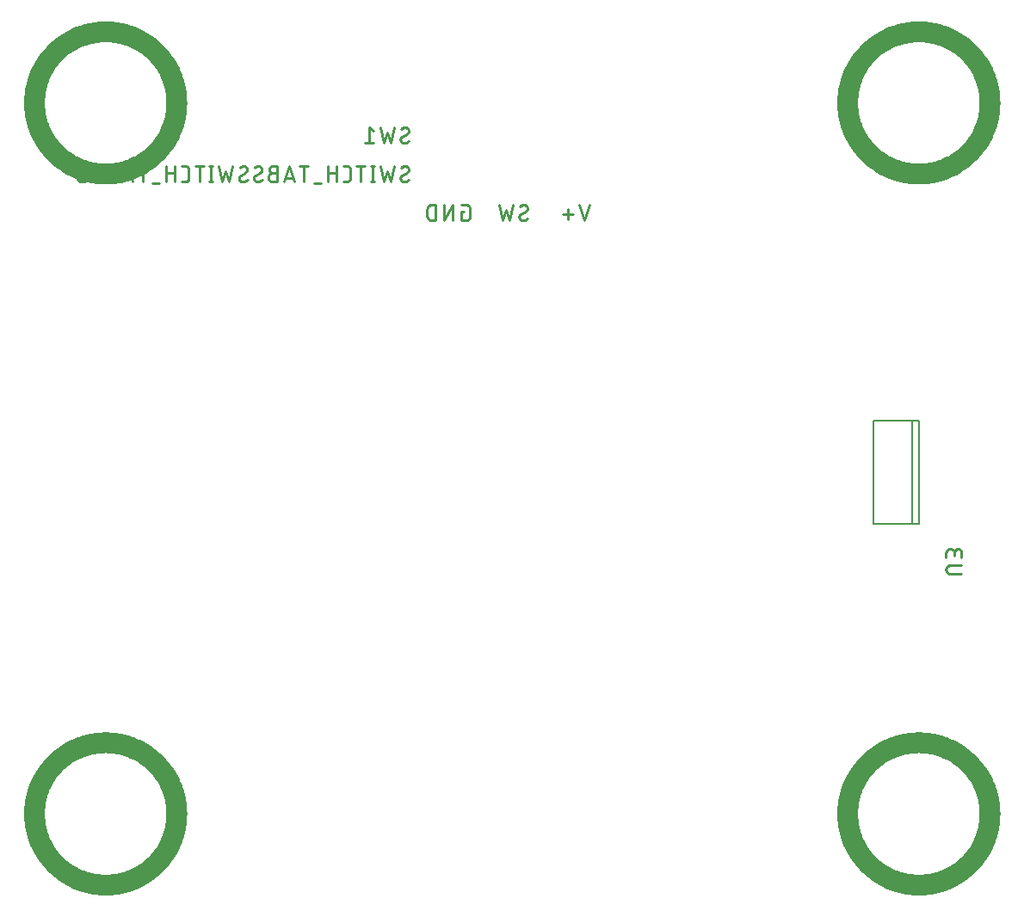
<source format=gbr>
G04 EAGLE Gerber RS-274X export*
G75*
%MOMM*%
%FSLAX34Y34*%
%LPD*%
%INSilkscreen Bottom*%
%IPPOS*%
%AMOC8*
5,1,8,0,0,1.08239X$1,22.5*%
G01*
%ADD10C,2.000000*%
%ADD11C,0.203200*%
%ADD12C,0.254000*%


D10*
X252580Y232410D02*
X252601Y234128D01*
X252664Y235845D01*
X252770Y237560D01*
X252917Y239271D01*
X253106Y240979D01*
X253338Y242681D01*
X253611Y244377D01*
X253925Y246066D01*
X254281Y247747D01*
X254678Y249419D01*
X255116Y251080D01*
X255594Y252730D01*
X256113Y254368D01*
X256672Y255992D01*
X257271Y257603D01*
X257908Y259198D01*
X258585Y260777D01*
X259301Y262339D01*
X260054Y263883D01*
X260846Y265408D01*
X261674Y266913D01*
X262539Y268397D01*
X263440Y269860D01*
X264377Y271300D01*
X265349Y272717D01*
X266355Y274109D01*
X267396Y275476D01*
X268469Y276818D01*
X269575Y278132D01*
X270713Y279419D01*
X271883Y280678D01*
X273083Y281907D01*
X274312Y283107D01*
X275571Y284277D01*
X276858Y285415D01*
X278172Y286521D01*
X279514Y287594D01*
X280881Y288635D01*
X282273Y289641D01*
X283690Y290613D01*
X285130Y291550D01*
X286593Y292451D01*
X288077Y293316D01*
X289582Y294144D01*
X291107Y294936D01*
X292651Y295689D01*
X294213Y296405D01*
X295792Y297082D01*
X297387Y297719D01*
X298998Y298318D01*
X300622Y298877D01*
X302260Y299396D01*
X303910Y299874D01*
X305571Y300312D01*
X307243Y300709D01*
X308924Y301065D01*
X310613Y301379D01*
X312309Y301652D01*
X314011Y301884D01*
X315719Y302073D01*
X317430Y302220D01*
X319145Y302326D01*
X320862Y302389D01*
X322580Y302410D01*
X324298Y302389D01*
X326015Y302326D01*
X327730Y302220D01*
X329441Y302073D01*
X331149Y301884D01*
X332851Y301652D01*
X334547Y301379D01*
X336236Y301065D01*
X337917Y300709D01*
X339589Y300312D01*
X341250Y299874D01*
X342900Y299396D01*
X344538Y298877D01*
X346162Y298318D01*
X347773Y297719D01*
X349368Y297082D01*
X350947Y296405D01*
X352509Y295689D01*
X354053Y294936D01*
X355578Y294144D01*
X357083Y293316D01*
X358567Y292451D01*
X360030Y291550D01*
X361470Y290613D01*
X362887Y289641D01*
X364279Y288635D01*
X365646Y287594D01*
X366988Y286521D01*
X368302Y285415D01*
X369589Y284277D01*
X370848Y283107D01*
X372077Y281907D01*
X373277Y280678D01*
X374447Y279419D01*
X375585Y278132D01*
X376691Y276818D01*
X377764Y275476D01*
X378805Y274109D01*
X379811Y272717D01*
X380783Y271300D01*
X381720Y269860D01*
X382621Y268397D01*
X383486Y266913D01*
X384314Y265408D01*
X385106Y263883D01*
X385859Y262339D01*
X386575Y260777D01*
X387252Y259198D01*
X387889Y257603D01*
X388488Y255992D01*
X389047Y254368D01*
X389566Y252730D01*
X390044Y251080D01*
X390482Y249419D01*
X390879Y247747D01*
X391235Y246066D01*
X391549Y244377D01*
X391822Y242681D01*
X392054Y240979D01*
X392243Y239271D01*
X392390Y237560D01*
X392496Y235845D01*
X392559Y234128D01*
X392580Y232410D01*
X392559Y230692D01*
X392496Y228975D01*
X392390Y227260D01*
X392243Y225549D01*
X392054Y223841D01*
X391822Y222139D01*
X391549Y220443D01*
X391235Y218754D01*
X390879Y217073D01*
X390482Y215401D01*
X390044Y213740D01*
X389566Y212090D01*
X389047Y210452D01*
X388488Y208828D01*
X387889Y207217D01*
X387252Y205622D01*
X386575Y204043D01*
X385859Y202481D01*
X385106Y200937D01*
X384314Y199412D01*
X383486Y197907D01*
X382621Y196423D01*
X381720Y194960D01*
X380783Y193520D01*
X379811Y192103D01*
X378805Y190711D01*
X377764Y189344D01*
X376691Y188002D01*
X375585Y186688D01*
X374447Y185401D01*
X373277Y184142D01*
X372077Y182913D01*
X370848Y181713D01*
X369589Y180543D01*
X368302Y179405D01*
X366988Y178299D01*
X365646Y177226D01*
X364279Y176185D01*
X362887Y175179D01*
X361470Y174207D01*
X360030Y173270D01*
X358567Y172369D01*
X357083Y171504D01*
X355578Y170676D01*
X354053Y169884D01*
X352509Y169131D01*
X350947Y168415D01*
X349368Y167738D01*
X347773Y167101D01*
X346162Y166502D01*
X344538Y165943D01*
X342900Y165424D01*
X341250Y164946D01*
X339589Y164508D01*
X337917Y164111D01*
X336236Y163755D01*
X334547Y163441D01*
X332851Y163168D01*
X331149Y162936D01*
X329441Y162747D01*
X327730Y162600D01*
X326015Y162494D01*
X324298Y162431D01*
X322580Y162410D01*
X320862Y162431D01*
X319145Y162494D01*
X317430Y162600D01*
X315719Y162747D01*
X314011Y162936D01*
X312309Y163168D01*
X310613Y163441D01*
X308924Y163755D01*
X307243Y164111D01*
X305571Y164508D01*
X303910Y164946D01*
X302260Y165424D01*
X300622Y165943D01*
X298998Y166502D01*
X297387Y167101D01*
X295792Y167738D01*
X294213Y168415D01*
X292651Y169131D01*
X291107Y169884D01*
X289582Y170676D01*
X288077Y171504D01*
X286593Y172369D01*
X285130Y173270D01*
X283690Y174207D01*
X282273Y175179D01*
X280881Y176185D01*
X279514Y177226D01*
X278172Y178299D01*
X276858Y179405D01*
X275571Y180543D01*
X274312Y181713D01*
X273083Y182913D01*
X271883Y184142D01*
X270713Y185401D01*
X269575Y186688D01*
X268469Y188002D01*
X267396Y189344D01*
X266355Y190711D01*
X265349Y192103D01*
X264377Y193520D01*
X263440Y194960D01*
X262539Y196423D01*
X261674Y197907D01*
X260846Y199412D01*
X260054Y200937D01*
X259301Y202481D01*
X258585Y204043D01*
X257908Y205622D01*
X257271Y207217D01*
X256672Y208828D01*
X256113Y210452D01*
X255594Y212090D01*
X255116Y213740D01*
X254678Y215401D01*
X254281Y217073D01*
X253925Y218754D01*
X253611Y220443D01*
X253338Y222139D01*
X253106Y223841D01*
X252917Y225549D01*
X252770Y227260D01*
X252664Y228975D01*
X252601Y230692D01*
X252580Y232410D01*
X1052680Y232410D02*
X1052701Y234128D01*
X1052764Y235845D01*
X1052870Y237560D01*
X1053017Y239271D01*
X1053206Y240979D01*
X1053438Y242681D01*
X1053711Y244377D01*
X1054025Y246066D01*
X1054381Y247747D01*
X1054778Y249419D01*
X1055216Y251080D01*
X1055694Y252730D01*
X1056213Y254368D01*
X1056772Y255992D01*
X1057371Y257603D01*
X1058008Y259198D01*
X1058685Y260777D01*
X1059401Y262339D01*
X1060154Y263883D01*
X1060946Y265408D01*
X1061774Y266913D01*
X1062639Y268397D01*
X1063540Y269860D01*
X1064477Y271300D01*
X1065449Y272717D01*
X1066455Y274109D01*
X1067496Y275476D01*
X1068569Y276818D01*
X1069675Y278132D01*
X1070813Y279419D01*
X1071983Y280678D01*
X1073183Y281907D01*
X1074412Y283107D01*
X1075671Y284277D01*
X1076958Y285415D01*
X1078272Y286521D01*
X1079614Y287594D01*
X1080981Y288635D01*
X1082373Y289641D01*
X1083790Y290613D01*
X1085230Y291550D01*
X1086693Y292451D01*
X1088177Y293316D01*
X1089682Y294144D01*
X1091207Y294936D01*
X1092751Y295689D01*
X1094313Y296405D01*
X1095892Y297082D01*
X1097487Y297719D01*
X1099098Y298318D01*
X1100722Y298877D01*
X1102360Y299396D01*
X1104010Y299874D01*
X1105671Y300312D01*
X1107343Y300709D01*
X1109024Y301065D01*
X1110713Y301379D01*
X1112409Y301652D01*
X1114111Y301884D01*
X1115819Y302073D01*
X1117530Y302220D01*
X1119245Y302326D01*
X1120962Y302389D01*
X1122680Y302410D01*
X1124398Y302389D01*
X1126115Y302326D01*
X1127830Y302220D01*
X1129541Y302073D01*
X1131249Y301884D01*
X1132951Y301652D01*
X1134647Y301379D01*
X1136336Y301065D01*
X1138017Y300709D01*
X1139689Y300312D01*
X1141350Y299874D01*
X1143000Y299396D01*
X1144638Y298877D01*
X1146262Y298318D01*
X1147873Y297719D01*
X1149468Y297082D01*
X1151047Y296405D01*
X1152609Y295689D01*
X1154153Y294936D01*
X1155678Y294144D01*
X1157183Y293316D01*
X1158667Y292451D01*
X1160130Y291550D01*
X1161570Y290613D01*
X1162987Y289641D01*
X1164379Y288635D01*
X1165746Y287594D01*
X1167088Y286521D01*
X1168402Y285415D01*
X1169689Y284277D01*
X1170948Y283107D01*
X1172177Y281907D01*
X1173377Y280678D01*
X1174547Y279419D01*
X1175685Y278132D01*
X1176791Y276818D01*
X1177864Y275476D01*
X1178905Y274109D01*
X1179911Y272717D01*
X1180883Y271300D01*
X1181820Y269860D01*
X1182721Y268397D01*
X1183586Y266913D01*
X1184414Y265408D01*
X1185206Y263883D01*
X1185959Y262339D01*
X1186675Y260777D01*
X1187352Y259198D01*
X1187989Y257603D01*
X1188588Y255992D01*
X1189147Y254368D01*
X1189666Y252730D01*
X1190144Y251080D01*
X1190582Y249419D01*
X1190979Y247747D01*
X1191335Y246066D01*
X1191649Y244377D01*
X1191922Y242681D01*
X1192154Y240979D01*
X1192343Y239271D01*
X1192490Y237560D01*
X1192596Y235845D01*
X1192659Y234128D01*
X1192680Y232410D01*
X1192659Y230692D01*
X1192596Y228975D01*
X1192490Y227260D01*
X1192343Y225549D01*
X1192154Y223841D01*
X1191922Y222139D01*
X1191649Y220443D01*
X1191335Y218754D01*
X1190979Y217073D01*
X1190582Y215401D01*
X1190144Y213740D01*
X1189666Y212090D01*
X1189147Y210452D01*
X1188588Y208828D01*
X1187989Y207217D01*
X1187352Y205622D01*
X1186675Y204043D01*
X1185959Y202481D01*
X1185206Y200937D01*
X1184414Y199412D01*
X1183586Y197907D01*
X1182721Y196423D01*
X1181820Y194960D01*
X1180883Y193520D01*
X1179911Y192103D01*
X1178905Y190711D01*
X1177864Y189344D01*
X1176791Y188002D01*
X1175685Y186688D01*
X1174547Y185401D01*
X1173377Y184142D01*
X1172177Y182913D01*
X1170948Y181713D01*
X1169689Y180543D01*
X1168402Y179405D01*
X1167088Y178299D01*
X1165746Y177226D01*
X1164379Y176185D01*
X1162987Y175179D01*
X1161570Y174207D01*
X1160130Y173270D01*
X1158667Y172369D01*
X1157183Y171504D01*
X1155678Y170676D01*
X1154153Y169884D01*
X1152609Y169131D01*
X1151047Y168415D01*
X1149468Y167738D01*
X1147873Y167101D01*
X1146262Y166502D01*
X1144638Y165943D01*
X1143000Y165424D01*
X1141350Y164946D01*
X1139689Y164508D01*
X1138017Y164111D01*
X1136336Y163755D01*
X1134647Y163441D01*
X1132951Y163168D01*
X1131249Y162936D01*
X1129541Y162747D01*
X1127830Y162600D01*
X1126115Y162494D01*
X1124398Y162431D01*
X1122680Y162410D01*
X1120962Y162431D01*
X1119245Y162494D01*
X1117530Y162600D01*
X1115819Y162747D01*
X1114111Y162936D01*
X1112409Y163168D01*
X1110713Y163441D01*
X1109024Y163755D01*
X1107343Y164111D01*
X1105671Y164508D01*
X1104010Y164946D01*
X1102360Y165424D01*
X1100722Y165943D01*
X1099098Y166502D01*
X1097487Y167101D01*
X1095892Y167738D01*
X1094313Y168415D01*
X1092751Y169131D01*
X1091207Y169884D01*
X1089682Y170676D01*
X1088177Y171504D01*
X1086693Y172369D01*
X1085230Y173270D01*
X1083790Y174207D01*
X1082373Y175179D01*
X1080981Y176185D01*
X1079614Y177226D01*
X1078272Y178299D01*
X1076958Y179405D01*
X1075671Y180543D01*
X1074412Y181713D01*
X1073183Y182913D01*
X1071983Y184142D01*
X1070813Y185401D01*
X1069675Y186688D01*
X1068569Y188002D01*
X1067496Y189344D01*
X1066455Y190711D01*
X1065449Y192103D01*
X1064477Y193520D01*
X1063540Y194960D01*
X1062639Y196423D01*
X1061774Y197907D01*
X1060946Y199412D01*
X1060154Y200937D01*
X1059401Y202481D01*
X1058685Y204043D01*
X1058008Y205622D01*
X1057371Y207217D01*
X1056772Y208828D01*
X1056213Y210452D01*
X1055694Y212090D01*
X1055216Y213740D01*
X1054778Y215401D01*
X1054381Y217073D01*
X1054025Y218754D01*
X1053711Y220443D01*
X1053438Y222139D01*
X1053206Y223841D01*
X1053017Y225549D01*
X1052870Y227260D01*
X1052764Y228975D01*
X1052701Y230692D01*
X1052680Y232410D01*
X1052680Y932180D02*
X1052701Y933898D01*
X1052764Y935615D01*
X1052870Y937330D01*
X1053017Y939041D01*
X1053206Y940749D01*
X1053438Y942451D01*
X1053711Y944147D01*
X1054025Y945836D01*
X1054381Y947517D01*
X1054778Y949189D01*
X1055216Y950850D01*
X1055694Y952500D01*
X1056213Y954138D01*
X1056772Y955762D01*
X1057371Y957373D01*
X1058008Y958968D01*
X1058685Y960547D01*
X1059401Y962109D01*
X1060154Y963653D01*
X1060946Y965178D01*
X1061774Y966683D01*
X1062639Y968167D01*
X1063540Y969630D01*
X1064477Y971070D01*
X1065449Y972487D01*
X1066455Y973879D01*
X1067496Y975246D01*
X1068569Y976588D01*
X1069675Y977902D01*
X1070813Y979189D01*
X1071983Y980448D01*
X1073183Y981677D01*
X1074412Y982877D01*
X1075671Y984047D01*
X1076958Y985185D01*
X1078272Y986291D01*
X1079614Y987364D01*
X1080981Y988405D01*
X1082373Y989411D01*
X1083790Y990383D01*
X1085230Y991320D01*
X1086693Y992221D01*
X1088177Y993086D01*
X1089682Y993914D01*
X1091207Y994706D01*
X1092751Y995459D01*
X1094313Y996175D01*
X1095892Y996852D01*
X1097487Y997489D01*
X1099098Y998088D01*
X1100722Y998647D01*
X1102360Y999166D01*
X1104010Y999644D01*
X1105671Y1000082D01*
X1107343Y1000479D01*
X1109024Y1000835D01*
X1110713Y1001149D01*
X1112409Y1001422D01*
X1114111Y1001654D01*
X1115819Y1001843D01*
X1117530Y1001990D01*
X1119245Y1002096D01*
X1120962Y1002159D01*
X1122680Y1002180D01*
X1124398Y1002159D01*
X1126115Y1002096D01*
X1127830Y1001990D01*
X1129541Y1001843D01*
X1131249Y1001654D01*
X1132951Y1001422D01*
X1134647Y1001149D01*
X1136336Y1000835D01*
X1138017Y1000479D01*
X1139689Y1000082D01*
X1141350Y999644D01*
X1143000Y999166D01*
X1144638Y998647D01*
X1146262Y998088D01*
X1147873Y997489D01*
X1149468Y996852D01*
X1151047Y996175D01*
X1152609Y995459D01*
X1154153Y994706D01*
X1155678Y993914D01*
X1157183Y993086D01*
X1158667Y992221D01*
X1160130Y991320D01*
X1161570Y990383D01*
X1162987Y989411D01*
X1164379Y988405D01*
X1165746Y987364D01*
X1167088Y986291D01*
X1168402Y985185D01*
X1169689Y984047D01*
X1170948Y982877D01*
X1172177Y981677D01*
X1173377Y980448D01*
X1174547Y979189D01*
X1175685Y977902D01*
X1176791Y976588D01*
X1177864Y975246D01*
X1178905Y973879D01*
X1179911Y972487D01*
X1180883Y971070D01*
X1181820Y969630D01*
X1182721Y968167D01*
X1183586Y966683D01*
X1184414Y965178D01*
X1185206Y963653D01*
X1185959Y962109D01*
X1186675Y960547D01*
X1187352Y958968D01*
X1187989Y957373D01*
X1188588Y955762D01*
X1189147Y954138D01*
X1189666Y952500D01*
X1190144Y950850D01*
X1190582Y949189D01*
X1190979Y947517D01*
X1191335Y945836D01*
X1191649Y944147D01*
X1191922Y942451D01*
X1192154Y940749D01*
X1192343Y939041D01*
X1192490Y937330D01*
X1192596Y935615D01*
X1192659Y933898D01*
X1192680Y932180D01*
X1192659Y930462D01*
X1192596Y928745D01*
X1192490Y927030D01*
X1192343Y925319D01*
X1192154Y923611D01*
X1191922Y921909D01*
X1191649Y920213D01*
X1191335Y918524D01*
X1190979Y916843D01*
X1190582Y915171D01*
X1190144Y913510D01*
X1189666Y911860D01*
X1189147Y910222D01*
X1188588Y908598D01*
X1187989Y906987D01*
X1187352Y905392D01*
X1186675Y903813D01*
X1185959Y902251D01*
X1185206Y900707D01*
X1184414Y899182D01*
X1183586Y897677D01*
X1182721Y896193D01*
X1181820Y894730D01*
X1180883Y893290D01*
X1179911Y891873D01*
X1178905Y890481D01*
X1177864Y889114D01*
X1176791Y887772D01*
X1175685Y886458D01*
X1174547Y885171D01*
X1173377Y883912D01*
X1172177Y882683D01*
X1170948Y881483D01*
X1169689Y880313D01*
X1168402Y879175D01*
X1167088Y878069D01*
X1165746Y876996D01*
X1164379Y875955D01*
X1162987Y874949D01*
X1161570Y873977D01*
X1160130Y873040D01*
X1158667Y872139D01*
X1157183Y871274D01*
X1155678Y870446D01*
X1154153Y869654D01*
X1152609Y868901D01*
X1151047Y868185D01*
X1149468Y867508D01*
X1147873Y866871D01*
X1146262Y866272D01*
X1144638Y865713D01*
X1143000Y865194D01*
X1141350Y864716D01*
X1139689Y864278D01*
X1138017Y863881D01*
X1136336Y863525D01*
X1134647Y863211D01*
X1132951Y862938D01*
X1131249Y862706D01*
X1129541Y862517D01*
X1127830Y862370D01*
X1126115Y862264D01*
X1124398Y862201D01*
X1122680Y862180D01*
X1120962Y862201D01*
X1119245Y862264D01*
X1117530Y862370D01*
X1115819Y862517D01*
X1114111Y862706D01*
X1112409Y862938D01*
X1110713Y863211D01*
X1109024Y863525D01*
X1107343Y863881D01*
X1105671Y864278D01*
X1104010Y864716D01*
X1102360Y865194D01*
X1100722Y865713D01*
X1099098Y866272D01*
X1097487Y866871D01*
X1095892Y867508D01*
X1094313Y868185D01*
X1092751Y868901D01*
X1091207Y869654D01*
X1089682Y870446D01*
X1088177Y871274D01*
X1086693Y872139D01*
X1085230Y873040D01*
X1083790Y873977D01*
X1082373Y874949D01*
X1080981Y875955D01*
X1079614Y876996D01*
X1078272Y878069D01*
X1076958Y879175D01*
X1075671Y880313D01*
X1074412Y881483D01*
X1073183Y882683D01*
X1071983Y883912D01*
X1070813Y885171D01*
X1069675Y886458D01*
X1068569Y887772D01*
X1067496Y889114D01*
X1066455Y890481D01*
X1065449Y891873D01*
X1064477Y893290D01*
X1063540Y894730D01*
X1062639Y896193D01*
X1061774Y897677D01*
X1060946Y899182D01*
X1060154Y900707D01*
X1059401Y902251D01*
X1058685Y903813D01*
X1058008Y905392D01*
X1057371Y906987D01*
X1056772Y908598D01*
X1056213Y910222D01*
X1055694Y911860D01*
X1055216Y913510D01*
X1054778Y915171D01*
X1054381Y916843D01*
X1054025Y918524D01*
X1053711Y920213D01*
X1053438Y921909D01*
X1053206Y923611D01*
X1053017Y925319D01*
X1052870Y927030D01*
X1052764Y928745D01*
X1052701Y930462D01*
X1052680Y932180D01*
X252580Y932180D02*
X252601Y933898D01*
X252664Y935615D01*
X252770Y937330D01*
X252917Y939041D01*
X253106Y940749D01*
X253338Y942451D01*
X253611Y944147D01*
X253925Y945836D01*
X254281Y947517D01*
X254678Y949189D01*
X255116Y950850D01*
X255594Y952500D01*
X256113Y954138D01*
X256672Y955762D01*
X257271Y957373D01*
X257908Y958968D01*
X258585Y960547D01*
X259301Y962109D01*
X260054Y963653D01*
X260846Y965178D01*
X261674Y966683D01*
X262539Y968167D01*
X263440Y969630D01*
X264377Y971070D01*
X265349Y972487D01*
X266355Y973879D01*
X267396Y975246D01*
X268469Y976588D01*
X269575Y977902D01*
X270713Y979189D01*
X271883Y980448D01*
X273083Y981677D01*
X274312Y982877D01*
X275571Y984047D01*
X276858Y985185D01*
X278172Y986291D01*
X279514Y987364D01*
X280881Y988405D01*
X282273Y989411D01*
X283690Y990383D01*
X285130Y991320D01*
X286593Y992221D01*
X288077Y993086D01*
X289582Y993914D01*
X291107Y994706D01*
X292651Y995459D01*
X294213Y996175D01*
X295792Y996852D01*
X297387Y997489D01*
X298998Y998088D01*
X300622Y998647D01*
X302260Y999166D01*
X303910Y999644D01*
X305571Y1000082D01*
X307243Y1000479D01*
X308924Y1000835D01*
X310613Y1001149D01*
X312309Y1001422D01*
X314011Y1001654D01*
X315719Y1001843D01*
X317430Y1001990D01*
X319145Y1002096D01*
X320862Y1002159D01*
X322580Y1002180D01*
X324298Y1002159D01*
X326015Y1002096D01*
X327730Y1001990D01*
X329441Y1001843D01*
X331149Y1001654D01*
X332851Y1001422D01*
X334547Y1001149D01*
X336236Y1000835D01*
X337917Y1000479D01*
X339589Y1000082D01*
X341250Y999644D01*
X342900Y999166D01*
X344538Y998647D01*
X346162Y998088D01*
X347773Y997489D01*
X349368Y996852D01*
X350947Y996175D01*
X352509Y995459D01*
X354053Y994706D01*
X355578Y993914D01*
X357083Y993086D01*
X358567Y992221D01*
X360030Y991320D01*
X361470Y990383D01*
X362887Y989411D01*
X364279Y988405D01*
X365646Y987364D01*
X366988Y986291D01*
X368302Y985185D01*
X369589Y984047D01*
X370848Y982877D01*
X372077Y981677D01*
X373277Y980448D01*
X374447Y979189D01*
X375585Y977902D01*
X376691Y976588D01*
X377764Y975246D01*
X378805Y973879D01*
X379811Y972487D01*
X380783Y971070D01*
X381720Y969630D01*
X382621Y968167D01*
X383486Y966683D01*
X384314Y965178D01*
X385106Y963653D01*
X385859Y962109D01*
X386575Y960547D01*
X387252Y958968D01*
X387889Y957373D01*
X388488Y955762D01*
X389047Y954138D01*
X389566Y952500D01*
X390044Y950850D01*
X390482Y949189D01*
X390879Y947517D01*
X391235Y945836D01*
X391549Y944147D01*
X391822Y942451D01*
X392054Y940749D01*
X392243Y939041D01*
X392390Y937330D01*
X392496Y935615D01*
X392559Y933898D01*
X392580Y932180D01*
X392559Y930462D01*
X392496Y928745D01*
X392390Y927030D01*
X392243Y925319D01*
X392054Y923611D01*
X391822Y921909D01*
X391549Y920213D01*
X391235Y918524D01*
X390879Y916843D01*
X390482Y915171D01*
X390044Y913510D01*
X389566Y911860D01*
X389047Y910222D01*
X388488Y908598D01*
X387889Y906987D01*
X387252Y905392D01*
X386575Y903813D01*
X385859Y902251D01*
X385106Y900707D01*
X384314Y899182D01*
X383486Y897677D01*
X382621Y896193D01*
X381720Y894730D01*
X380783Y893290D01*
X379811Y891873D01*
X378805Y890481D01*
X377764Y889114D01*
X376691Y887772D01*
X375585Y886458D01*
X374447Y885171D01*
X373277Y883912D01*
X372077Y882683D01*
X370848Y881483D01*
X369589Y880313D01*
X368302Y879175D01*
X366988Y878069D01*
X365646Y876996D01*
X364279Y875955D01*
X362887Y874949D01*
X361470Y873977D01*
X360030Y873040D01*
X358567Y872139D01*
X357083Y871274D01*
X355578Y870446D01*
X354053Y869654D01*
X352509Y868901D01*
X350947Y868185D01*
X349368Y867508D01*
X347773Y866871D01*
X346162Y866272D01*
X344538Y865713D01*
X342900Y865194D01*
X341250Y864716D01*
X339589Y864278D01*
X337917Y863881D01*
X336236Y863525D01*
X334547Y863211D01*
X332851Y862938D01*
X331149Y862706D01*
X329441Y862517D01*
X327730Y862370D01*
X326015Y862264D01*
X324298Y862201D01*
X322580Y862180D01*
X320862Y862201D01*
X319145Y862264D01*
X317430Y862370D01*
X315719Y862517D01*
X314011Y862706D01*
X312309Y862938D01*
X310613Y863211D01*
X308924Y863525D01*
X307243Y863881D01*
X305571Y864278D01*
X303910Y864716D01*
X302260Y865194D01*
X300622Y865713D01*
X298998Y866272D01*
X297387Y866871D01*
X295792Y867508D01*
X294213Y868185D01*
X292651Y868901D01*
X291107Y869654D01*
X289582Y870446D01*
X288077Y871274D01*
X286593Y872139D01*
X285130Y873040D01*
X283690Y873977D01*
X282273Y874949D01*
X280881Y875955D01*
X279514Y876996D01*
X278172Y878069D01*
X276858Y879175D01*
X275571Y880313D01*
X274312Y881483D01*
X273083Y882683D01*
X271883Y883912D01*
X270713Y885171D01*
X269575Y886458D01*
X268469Y887772D01*
X267396Y889114D01*
X266355Y890481D01*
X265349Y891873D01*
X264377Y893290D01*
X263440Y894730D01*
X262539Y896193D01*
X261674Y897677D01*
X260846Y899182D01*
X260054Y900707D01*
X259301Y902251D01*
X258585Y903813D01*
X257908Y905392D01*
X257271Y906987D01*
X256672Y908598D01*
X256113Y910222D01*
X255594Y911860D01*
X255116Y913510D01*
X254678Y915171D01*
X254281Y916843D01*
X253925Y918524D01*
X253611Y920213D01*
X253338Y921909D01*
X253106Y923611D01*
X252917Y925319D01*
X252770Y927030D01*
X252664Y928745D01*
X252601Y930462D01*
X252580Y932180D01*
D11*
X1078230Y619760D02*
X1078230Y518160D01*
X1116330Y518160D01*
X1122680Y518160D01*
X1122680Y619760D01*
X1116330Y619760D01*
X1078230Y619760D01*
X1116330Y619760D02*
X1116330Y518160D01*
D12*
X1153583Y468630D02*
X1164590Y468630D01*
X1153583Y468630D02*
X1153454Y468632D01*
X1153325Y468638D01*
X1153196Y468648D01*
X1153068Y468661D01*
X1152940Y468679D01*
X1152813Y468701D01*
X1152686Y468726D01*
X1152560Y468755D01*
X1152436Y468788D01*
X1152312Y468825D01*
X1152189Y468866D01*
X1152068Y468910D01*
X1151948Y468958D01*
X1151830Y469010D01*
X1151713Y469065D01*
X1151598Y469124D01*
X1151485Y469186D01*
X1151374Y469252D01*
X1151265Y469321D01*
X1151158Y469393D01*
X1151053Y469469D01*
X1150951Y469548D01*
X1150851Y469630D01*
X1150754Y469714D01*
X1150659Y469802D01*
X1150567Y469893D01*
X1150478Y469986D01*
X1150392Y470082D01*
X1150308Y470181D01*
X1150228Y470282D01*
X1150151Y470385D01*
X1150077Y470491D01*
X1150006Y470599D01*
X1149939Y470709D01*
X1149875Y470821D01*
X1149814Y470936D01*
X1149757Y471051D01*
X1149704Y471169D01*
X1149654Y471288D01*
X1149608Y471408D01*
X1149565Y471530D01*
X1149526Y471654D01*
X1149491Y471778D01*
X1149460Y471903D01*
X1149433Y472029D01*
X1149409Y472156D01*
X1149390Y472284D01*
X1149374Y472412D01*
X1149362Y472541D01*
X1149354Y472669D01*
X1149350Y472798D01*
X1149350Y472928D01*
X1149354Y473057D01*
X1149362Y473185D01*
X1149374Y473314D01*
X1149390Y473442D01*
X1149409Y473570D01*
X1149433Y473697D01*
X1149460Y473823D01*
X1149491Y473948D01*
X1149526Y474072D01*
X1149565Y474196D01*
X1149608Y474318D01*
X1149654Y474438D01*
X1149704Y474557D01*
X1149757Y474675D01*
X1149814Y474790D01*
X1149875Y474905D01*
X1149939Y475017D01*
X1150006Y475127D01*
X1150077Y475235D01*
X1150151Y475341D01*
X1150228Y475444D01*
X1150308Y475545D01*
X1150392Y475644D01*
X1150478Y475740D01*
X1150567Y475833D01*
X1150659Y475924D01*
X1150754Y476012D01*
X1150851Y476096D01*
X1150951Y476178D01*
X1151053Y476257D01*
X1151158Y476333D01*
X1151265Y476405D01*
X1151374Y476474D01*
X1151485Y476540D01*
X1151598Y476602D01*
X1151713Y476661D01*
X1151830Y476716D01*
X1151948Y476768D01*
X1152068Y476816D01*
X1152189Y476860D01*
X1152312Y476901D01*
X1152436Y476938D01*
X1152560Y476971D01*
X1152686Y477000D01*
X1152813Y477025D01*
X1152940Y477047D01*
X1153068Y477065D01*
X1153196Y477078D01*
X1153325Y477088D01*
X1153454Y477094D01*
X1153583Y477096D01*
X1153583Y477097D02*
X1164590Y477097D01*
X1149350Y484782D02*
X1149350Y489016D01*
X1149352Y489145D01*
X1149358Y489274D01*
X1149368Y489403D01*
X1149381Y489531D01*
X1149399Y489659D01*
X1149421Y489786D01*
X1149446Y489913D01*
X1149475Y490039D01*
X1149508Y490163D01*
X1149545Y490287D01*
X1149586Y490410D01*
X1149630Y490531D01*
X1149678Y490651D01*
X1149730Y490769D01*
X1149785Y490886D01*
X1149844Y491001D01*
X1149906Y491114D01*
X1149972Y491225D01*
X1150041Y491334D01*
X1150113Y491441D01*
X1150189Y491546D01*
X1150268Y491648D01*
X1150350Y491748D01*
X1150434Y491845D01*
X1150522Y491940D01*
X1150613Y492032D01*
X1150706Y492121D01*
X1150802Y492207D01*
X1150901Y492291D01*
X1151002Y492371D01*
X1151105Y492448D01*
X1151211Y492522D01*
X1151319Y492593D01*
X1151429Y492660D01*
X1151541Y492724D01*
X1151656Y492785D01*
X1151771Y492842D01*
X1151889Y492895D01*
X1152008Y492945D01*
X1152128Y492991D01*
X1152250Y493034D01*
X1152374Y493073D01*
X1152498Y493108D01*
X1152623Y493139D01*
X1152749Y493166D01*
X1152876Y493190D01*
X1153004Y493209D01*
X1153132Y493225D01*
X1153261Y493237D01*
X1153389Y493245D01*
X1153518Y493249D01*
X1153648Y493249D01*
X1153777Y493245D01*
X1153905Y493237D01*
X1154034Y493225D01*
X1154162Y493209D01*
X1154290Y493190D01*
X1154417Y493166D01*
X1154543Y493139D01*
X1154668Y493108D01*
X1154792Y493073D01*
X1154916Y493034D01*
X1155038Y492991D01*
X1155158Y492945D01*
X1155277Y492895D01*
X1155395Y492842D01*
X1155510Y492785D01*
X1155625Y492724D01*
X1155737Y492660D01*
X1155847Y492593D01*
X1155955Y492522D01*
X1156061Y492448D01*
X1156164Y492371D01*
X1156265Y492291D01*
X1156364Y492207D01*
X1156460Y492121D01*
X1156553Y492032D01*
X1156644Y491940D01*
X1156732Y491845D01*
X1156816Y491748D01*
X1156898Y491648D01*
X1156977Y491546D01*
X1157053Y491441D01*
X1157125Y491334D01*
X1157194Y491225D01*
X1157260Y491114D01*
X1157322Y491001D01*
X1157381Y490886D01*
X1157436Y490769D01*
X1157488Y490651D01*
X1157536Y490531D01*
X1157580Y490410D01*
X1157621Y490287D01*
X1157658Y490163D01*
X1157691Y490039D01*
X1157720Y489913D01*
X1157745Y489786D01*
X1157767Y489659D01*
X1157785Y489531D01*
X1157798Y489403D01*
X1157808Y489274D01*
X1157814Y489145D01*
X1157816Y489016D01*
X1164590Y489862D02*
X1164590Y484782D01*
X1164590Y489862D02*
X1164588Y489978D01*
X1164582Y490093D01*
X1164572Y490208D01*
X1164558Y490323D01*
X1164541Y490437D01*
X1164519Y490551D01*
X1164494Y490664D01*
X1164464Y490776D01*
X1164431Y490887D01*
X1164394Y490996D01*
X1164354Y491105D01*
X1164310Y491211D01*
X1164262Y491317D01*
X1164210Y491420D01*
X1164155Y491522D01*
X1164097Y491622D01*
X1164035Y491720D01*
X1163970Y491815D01*
X1163902Y491909D01*
X1163830Y491999D01*
X1163756Y492088D01*
X1163678Y492174D01*
X1163598Y492257D01*
X1163515Y492337D01*
X1163429Y492415D01*
X1163340Y492489D01*
X1163250Y492561D01*
X1163156Y492629D01*
X1163061Y492694D01*
X1162963Y492756D01*
X1162863Y492814D01*
X1162761Y492869D01*
X1162658Y492921D01*
X1162552Y492969D01*
X1162446Y493013D01*
X1162337Y493053D01*
X1162228Y493090D01*
X1162117Y493123D01*
X1162005Y493153D01*
X1161892Y493178D01*
X1161778Y493200D01*
X1161664Y493217D01*
X1161549Y493231D01*
X1161434Y493241D01*
X1161319Y493247D01*
X1161203Y493249D01*
X1161087Y493247D01*
X1160972Y493241D01*
X1160857Y493231D01*
X1160742Y493217D01*
X1160628Y493200D01*
X1160514Y493178D01*
X1160401Y493153D01*
X1160289Y493123D01*
X1160178Y493090D01*
X1160069Y493053D01*
X1159960Y493013D01*
X1159854Y492969D01*
X1159748Y492921D01*
X1159645Y492869D01*
X1159543Y492814D01*
X1159443Y492756D01*
X1159345Y492694D01*
X1159250Y492629D01*
X1159156Y492561D01*
X1159066Y492489D01*
X1158977Y492415D01*
X1158891Y492337D01*
X1158808Y492257D01*
X1158728Y492174D01*
X1158650Y492088D01*
X1158576Y491999D01*
X1158504Y491909D01*
X1158436Y491815D01*
X1158371Y491720D01*
X1158309Y491622D01*
X1158251Y491522D01*
X1158196Y491420D01*
X1158144Y491317D01*
X1158096Y491211D01*
X1158052Y491105D01*
X1158012Y490996D01*
X1157975Y490887D01*
X1157942Y490776D01*
X1157912Y490664D01*
X1157887Y490551D01*
X1157865Y490437D01*
X1157848Y490323D01*
X1157834Y490208D01*
X1157824Y490093D01*
X1157818Y489978D01*
X1157816Y489862D01*
X1157817Y489862D02*
X1157817Y486476D01*
X674793Y825077D02*
X672253Y825077D01*
X672253Y816610D01*
X677333Y816610D01*
X677449Y816612D01*
X677564Y816618D01*
X677679Y816628D01*
X677794Y816642D01*
X677908Y816659D01*
X678022Y816681D01*
X678135Y816706D01*
X678247Y816736D01*
X678358Y816769D01*
X678467Y816806D01*
X678576Y816846D01*
X678682Y816890D01*
X678788Y816938D01*
X678891Y816990D01*
X678993Y817045D01*
X679093Y817103D01*
X679191Y817165D01*
X679286Y817230D01*
X679380Y817298D01*
X679471Y817370D01*
X679559Y817444D01*
X679645Y817522D01*
X679728Y817602D01*
X679808Y817685D01*
X679886Y817771D01*
X679960Y817860D01*
X680032Y817950D01*
X680100Y818044D01*
X680165Y818139D01*
X680227Y818237D01*
X680285Y818337D01*
X680340Y818439D01*
X680392Y818542D01*
X680440Y818648D01*
X680484Y818754D01*
X680524Y818863D01*
X680561Y818972D01*
X680594Y819083D01*
X680624Y819195D01*
X680649Y819308D01*
X680671Y819422D01*
X680688Y819536D01*
X680702Y819651D01*
X680712Y819766D01*
X680718Y819881D01*
X680720Y819997D01*
X680720Y828463D01*
X680718Y828579D01*
X680712Y828694D01*
X680702Y828809D01*
X680688Y828924D01*
X680671Y829038D01*
X680649Y829152D01*
X680624Y829265D01*
X680594Y829377D01*
X680561Y829488D01*
X680524Y829597D01*
X680484Y829706D01*
X680440Y829812D01*
X680392Y829918D01*
X680340Y830021D01*
X680285Y830123D01*
X680227Y830223D01*
X680165Y830321D01*
X680100Y830416D01*
X680032Y830510D01*
X679960Y830600D01*
X679886Y830689D01*
X679808Y830775D01*
X679728Y830858D01*
X679645Y830938D01*
X679559Y831016D01*
X679471Y831090D01*
X679380Y831162D01*
X679286Y831230D01*
X679191Y831295D01*
X679093Y831357D01*
X678993Y831415D01*
X678891Y831470D01*
X678788Y831522D01*
X678682Y831570D01*
X678576Y831614D01*
X678467Y831654D01*
X678358Y831691D01*
X678247Y831724D01*
X678135Y831754D01*
X678022Y831779D01*
X677909Y831801D01*
X677794Y831818D01*
X677679Y831832D01*
X677564Y831842D01*
X677449Y831848D01*
X677333Y831850D01*
X672253Y831850D01*
X664047Y831850D02*
X664047Y816610D01*
X655580Y816610D02*
X664047Y831850D01*
X655580Y831850D02*
X655580Y816610D01*
X647373Y816610D02*
X647373Y831850D01*
X643140Y831850D01*
X643012Y831848D01*
X642884Y831842D01*
X642757Y831833D01*
X642630Y831819D01*
X642503Y831802D01*
X642377Y831781D01*
X642252Y831756D01*
X642127Y831727D01*
X642003Y831695D01*
X641881Y831658D01*
X641759Y831618D01*
X641639Y831575D01*
X641520Y831528D01*
X641403Y831477D01*
X641287Y831423D01*
X641173Y831365D01*
X641061Y831304D01*
X640950Y831240D01*
X640842Y831172D01*
X640735Y831101D01*
X640631Y831026D01*
X640529Y830949D01*
X640430Y830869D01*
X640333Y830785D01*
X640239Y830699D01*
X640147Y830610D01*
X640058Y830518D01*
X639972Y830424D01*
X639888Y830327D01*
X639808Y830228D01*
X639731Y830126D01*
X639656Y830022D01*
X639585Y829915D01*
X639517Y829807D01*
X639453Y829696D01*
X639392Y829584D01*
X639334Y829470D01*
X639280Y829354D01*
X639229Y829237D01*
X639182Y829118D01*
X639139Y828998D01*
X639099Y828876D01*
X639062Y828754D01*
X639030Y828630D01*
X639001Y828505D01*
X638976Y828380D01*
X638955Y828254D01*
X638938Y828127D01*
X638924Y828000D01*
X638915Y827873D01*
X638909Y827745D01*
X638907Y827617D01*
X638907Y820843D01*
X638909Y820715D01*
X638915Y820587D01*
X638924Y820460D01*
X638938Y820333D01*
X638955Y820206D01*
X638976Y820080D01*
X639001Y819955D01*
X639030Y819830D01*
X639062Y819706D01*
X639099Y819584D01*
X639139Y819462D01*
X639182Y819342D01*
X639229Y819223D01*
X639280Y819106D01*
X639334Y818990D01*
X639392Y818876D01*
X639453Y818764D01*
X639517Y818653D01*
X639585Y818545D01*
X639656Y818438D01*
X639731Y818334D01*
X639808Y818232D01*
X639888Y818133D01*
X639972Y818036D01*
X640058Y817942D01*
X640147Y817850D01*
X640239Y817761D01*
X640333Y817675D01*
X640430Y817591D01*
X640529Y817511D01*
X640631Y817434D01*
X640735Y817359D01*
X640842Y817288D01*
X640950Y817220D01*
X641061Y817156D01*
X641173Y817095D01*
X641287Y817037D01*
X641403Y816983D01*
X641520Y816932D01*
X641639Y816885D01*
X641759Y816842D01*
X641881Y816802D01*
X642003Y816765D01*
X642127Y816733D01*
X642252Y816704D01*
X642377Y816679D01*
X642503Y816658D01*
X642630Y816641D01*
X642757Y816627D01*
X642884Y816618D01*
X643012Y816612D01*
X643140Y816610D01*
X647373Y816610D01*
X793750Y816610D02*
X798830Y831850D01*
X788670Y831850D02*
X793750Y816610D01*
X782157Y822537D02*
X771997Y822537D01*
X777077Y817457D02*
X777077Y827617D01*
X732790Y816610D02*
X732674Y816612D01*
X732559Y816618D01*
X732444Y816628D01*
X732329Y816642D01*
X732215Y816659D01*
X732101Y816681D01*
X731988Y816706D01*
X731876Y816736D01*
X731765Y816769D01*
X731656Y816806D01*
X731547Y816846D01*
X731441Y816890D01*
X731335Y816938D01*
X731232Y816990D01*
X731130Y817045D01*
X731030Y817103D01*
X730932Y817165D01*
X730837Y817230D01*
X730743Y817298D01*
X730653Y817370D01*
X730564Y817444D01*
X730478Y817522D01*
X730395Y817602D01*
X730315Y817685D01*
X730237Y817771D01*
X730163Y817860D01*
X730091Y817950D01*
X730023Y818044D01*
X729958Y818139D01*
X729896Y818237D01*
X729838Y818337D01*
X729783Y818439D01*
X729731Y818542D01*
X729683Y818648D01*
X729639Y818754D01*
X729599Y818863D01*
X729562Y818972D01*
X729529Y819083D01*
X729499Y819195D01*
X729474Y819308D01*
X729452Y819422D01*
X729435Y819536D01*
X729421Y819651D01*
X729411Y819766D01*
X729405Y819881D01*
X729403Y819997D01*
X732790Y816610D02*
X732961Y816612D01*
X733132Y816618D01*
X733303Y816628D01*
X733474Y816643D01*
X733644Y816661D01*
X733814Y816684D01*
X733983Y816710D01*
X734151Y816741D01*
X734319Y816775D01*
X734485Y816814D01*
X734651Y816856D01*
X734816Y816903D01*
X734980Y816953D01*
X735142Y817008D01*
X735303Y817066D01*
X735462Y817128D01*
X735620Y817194D01*
X735777Y817263D01*
X735931Y817337D01*
X736084Y817414D01*
X736235Y817494D01*
X736384Y817578D01*
X736531Y817666D01*
X736676Y817757D01*
X736819Y817852D01*
X736959Y817950D01*
X737097Y818052D01*
X737232Y818156D01*
X737365Y818264D01*
X737495Y818375D01*
X737623Y818489D01*
X737748Y818606D01*
X737870Y818727D01*
X737447Y828463D02*
X737445Y828579D01*
X737439Y828694D01*
X737429Y828809D01*
X737415Y828924D01*
X737398Y829038D01*
X737376Y829152D01*
X737351Y829265D01*
X737321Y829377D01*
X737288Y829488D01*
X737251Y829597D01*
X737211Y829706D01*
X737167Y829812D01*
X737119Y829918D01*
X737067Y830021D01*
X737012Y830123D01*
X736954Y830223D01*
X736892Y830321D01*
X736827Y830416D01*
X736759Y830510D01*
X736687Y830600D01*
X736613Y830689D01*
X736535Y830775D01*
X736455Y830858D01*
X736372Y830938D01*
X736286Y831016D01*
X736197Y831090D01*
X736107Y831162D01*
X736013Y831230D01*
X735918Y831295D01*
X735820Y831357D01*
X735720Y831415D01*
X735618Y831470D01*
X735515Y831522D01*
X735409Y831570D01*
X735303Y831614D01*
X735194Y831654D01*
X735085Y831691D01*
X734974Y831724D01*
X734862Y831754D01*
X734749Y831779D01*
X734635Y831801D01*
X734521Y831818D01*
X734406Y831832D01*
X734291Y831842D01*
X734176Y831848D01*
X734060Y831850D01*
X733903Y831848D01*
X733746Y831842D01*
X733589Y831833D01*
X733432Y831819D01*
X733276Y831801D01*
X733120Y831780D01*
X732965Y831755D01*
X732811Y831726D01*
X732657Y831693D01*
X732504Y831657D01*
X732352Y831616D01*
X732202Y831572D01*
X732052Y831524D01*
X731903Y831473D01*
X731756Y831417D01*
X731611Y831359D01*
X731466Y831296D01*
X731324Y831230D01*
X731183Y831161D01*
X731044Y831088D01*
X730906Y831011D01*
X730771Y830932D01*
X730637Y830849D01*
X730506Y830762D01*
X730377Y830673D01*
X730250Y830580D01*
X735753Y825499D02*
X735852Y825559D01*
X735948Y825623D01*
X736042Y825689D01*
X736134Y825759D01*
X736223Y825832D01*
X736310Y825908D01*
X736394Y825986D01*
X736476Y826067D01*
X736555Y826151D01*
X736631Y826238D01*
X736704Y826327D01*
X736774Y826419D01*
X736841Y826512D01*
X736904Y826608D01*
X736965Y826706D01*
X737022Y826807D01*
X737076Y826908D01*
X737126Y827012D01*
X737173Y827117D01*
X737216Y827224D01*
X737256Y827332D01*
X737292Y827442D01*
X737324Y827552D01*
X737353Y827664D01*
X737378Y827776D01*
X737399Y827890D01*
X737416Y828004D01*
X737430Y828118D01*
X737439Y828233D01*
X737445Y828348D01*
X737447Y828463D01*
X731097Y822961D02*
X730998Y822901D01*
X730902Y822837D01*
X730808Y822771D01*
X730716Y822701D01*
X730627Y822628D01*
X730540Y822552D01*
X730456Y822474D01*
X730374Y822393D01*
X730295Y822309D01*
X730219Y822222D01*
X730146Y822133D01*
X730076Y822041D01*
X730009Y821948D01*
X729946Y821852D01*
X729885Y821754D01*
X729828Y821653D01*
X729774Y821552D01*
X729724Y821448D01*
X729677Y821343D01*
X729634Y821236D01*
X729594Y821128D01*
X729558Y821018D01*
X729526Y820908D01*
X729497Y820796D01*
X729472Y820684D01*
X729451Y820570D01*
X729434Y820456D01*
X729420Y820342D01*
X729411Y820227D01*
X729405Y820112D01*
X729403Y819997D01*
X731097Y822960D02*
X735753Y825500D01*
X723216Y831850D02*
X719829Y816610D01*
X716442Y826770D01*
X713056Y816610D01*
X709669Y831850D01*
X615950Y892810D02*
X615834Y892812D01*
X615719Y892818D01*
X615604Y892828D01*
X615489Y892842D01*
X615375Y892859D01*
X615261Y892881D01*
X615148Y892906D01*
X615036Y892936D01*
X614925Y892969D01*
X614816Y893006D01*
X614707Y893046D01*
X614601Y893090D01*
X614495Y893138D01*
X614392Y893190D01*
X614290Y893245D01*
X614190Y893303D01*
X614092Y893365D01*
X613997Y893430D01*
X613903Y893498D01*
X613813Y893570D01*
X613724Y893644D01*
X613638Y893722D01*
X613555Y893802D01*
X613475Y893885D01*
X613397Y893971D01*
X613323Y894060D01*
X613251Y894150D01*
X613183Y894244D01*
X613118Y894339D01*
X613056Y894437D01*
X612998Y894537D01*
X612943Y894639D01*
X612891Y894742D01*
X612843Y894848D01*
X612799Y894954D01*
X612759Y895063D01*
X612722Y895172D01*
X612689Y895283D01*
X612659Y895395D01*
X612634Y895508D01*
X612612Y895622D01*
X612595Y895736D01*
X612581Y895851D01*
X612571Y895966D01*
X612565Y896081D01*
X612563Y896197D01*
X615950Y892810D02*
X616121Y892812D01*
X616292Y892818D01*
X616463Y892828D01*
X616634Y892843D01*
X616804Y892861D01*
X616974Y892884D01*
X617143Y892910D01*
X617311Y892941D01*
X617479Y892975D01*
X617645Y893014D01*
X617811Y893056D01*
X617976Y893103D01*
X618140Y893153D01*
X618302Y893208D01*
X618463Y893266D01*
X618622Y893328D01*
X618780Y893394D01*
X618937Y893463D01*
X619091Y893537D01*
X619244Y893614D01*
X619395Y893694D01*
X619544Y893778D01*
X619691Y893866D01*
X619836Y893957D01*
X619979Y894052D01*
X620119Y894150D01*
X620257Y894252D01*
X620392Y894356D01*
X620525Y894464D01*
X620655Y894575D01*
X620783Y894689D01*
X620908Y894806D01*
X621030Y894927D01*
X620607Y904663D02*
X620605Y904779D01*
X620599Y904894D01*
X620589Y905009D01*
X620575Y905124D01*
X620558Y905238D01*
X620536Y905352D01*
X620511Y905465D01*
X620481Y905577D01*
X620448Y905688D01*
X620411Y905797D01*
X620371Y905906D01*
X620327Y906012D01*
X620279Y906118D01*
X620227Y906221D01*
X620172Y906323D01*
X620114Y906423D01*
X620052Y906521D01*
X619987Y906616D01*
X619919Y906710D01*
X619847Y906800D01*
X619773Y906889D01*
X619695Y906975D01*
X619615Y907058D01*
X619532Y907138D01*
X619446Y907216D01*
X619357Y907290D01*
X619267Y907362D01*
X619173Y907430D01*
X619078Y907495D01*
X618980Y907557D01*
X618880Y907615D01*
X618778Y907670D01*
X618675Y907722D01*
X618569Y907770D01*
X618463Y907814D01*
X618354Y907854D01*
X618245Y907891D01*
X618134Y907924D01*
X618022Y907954D01*
X617909Y907979D01*
X617795Y908001D01*
X617681Y908018D01*
X617566Y908032D01*
X617451Y908042D01*
X617336Y908048D01*
X617220Y908050D01*
X617063Y908048D01*
X616906Y908042D01*
X616749Y908033D01*
X616592Y908019D01*
X616436Y908001D01*
X616280Y907980D01*
X616125Y907955D01*
X615971Y907926D01*
X615817Y907893D01*
X615664Y907857D01*
X615512Y907816D01*
X615362Y907772D01*
X615212Y907724D01*
X615063Y907673D01*
X614916Y907617D01*
X614771Y907559D01*
X614626Y907496D01*
X614484Y907430D01*
X614343Y907361D01*
X614204Y907288D01*
X614066Y907211D01*
X613931Y907132D01*
X613797Y907049D01*
X613666Y906962D01*
X613537Y906873D01*
X613410Y906780D01*
X618913Y901699D02*
X619012Y901759D01*
X619108Y901823D01*
X619202Y901889D01*
X619294Y901959D01*
X619383Y902032D01*
X619470Y902108D01*
X619554Y902186D01*
X619636Y902267D01*
X619715Y902351D01*
X619791Y902438D01*
X619864Y902527D01*
X619934Y902619D01*
X620001Y902712D01*
X620064Y902808D01*
X620125Y902906D01*
X620182Y903007D01*
X620236Y903108D01*
X620286Y903212D01*
X620333Y903317D01*
X620376Y903424D01*
X620416Y903532D01*
X620452Y903642D01*
X620484Y903752D01*
X620513Y903864D01*
X620538Y903976D01*
X620559Y904090D01*
X620576Y904204D01*
X620590Y904318D01*
X620599Y904433D01*
X620605Y904548D01*
X620607Y904663D01*
X614257Y899161D02*
X614158Y899101D01*
X614062Y899037D01*
X613968Y898971D01*
X613876Y898901D01*
X613787Y898828D01*
X613700Y898752D01*
X613616Y898674D01*
X613534Y898593D01*
X613455Y898509D01*
X613379Y898422D01*
X613306Y898333D01*
X613236Y898241D01*
X613169Y898148D01*
X613106Y898052D01*
X613045Y897954D01*
X612988Y897853D01*
X612934Y897752D01*
X612884Y897648D01*
X612837Y897543D01*
X612794Y897436D01*
X612754Y897328D01*
X612718Y897218D01*
X612686Y897108D01*
X612657Y896996D01*
X612632Y896884D01*
X612611Y896770D01*
X612594Y896656D01*
X612580Y896542D01*
X612571Y896427D01*
X612565Y896312D01*
X612563Y896197D01*
X614257Y899160D02*
X618913Y901700D01*
X606376Y908050D02*
X602989Y892810D01*
X599602Y902970D01*
X596216Y892810D01*
X592829Y908050D01*
X586120Y904663D02*
X581887Y908050D01*
X581887Y892810D01*
X586120Y892810D02*
X577654Y892810D01*
X612563Y858097D02*
X612565Y857981D01*
X612571Y857866D01*
X612581Y857751D01*
X612595Y857636D01*
X612612Y857522D01*
X612634Y857408D01*
X612659Y857295D01*
X612689Y857183D01*
X612722Y857072D01*
X612759Y856963D01*
X612799Y856854D01*
X612843Y856748D01*
X612891Y856642D01*
X612943Y856539D01*
X612998Y856437D01*
X613056Y856337D01*
X613118Y856239D01*
X613183Y856144D01*
X613251Y856050D01*
X613323Y855960D01*
X613397Y855871D01*
X613475Y855785D01*
X613555Y855702D01*
X613638Y855622D01*
X613724Y855544D01*
X613813Y855470D01*
X613903Y855398D01*
X613997Y855330D01*
X614092Y855265D01*
X614190Y855203D01*
X614290Y855145D01*
X614392Y855090D01*
X614495Y855038D01*
X614601Y854990D01*
X614707Y854946D01*
X614816Y854906D01*
X614925Y854869D01*
X615036Y854836D01*
X615148Y854806D01*
X615261Y854781D01*
X615375Y854759D01*
X615489Y854742D01*
X615604Y854728D01*
X615719Y854718D01*
X615834Y854712D01*
X615950Y854710D01*
X616121Y854712D01*
X616292Y854718D01*
X616463Y854728D01*
X616634Y854743D01*
X616804Y854761D01*
X616974Y854784D01*
X617143Y854810D01*
X617311Y854841D01*
X617479Y854875D01*
X617645Y854914D01*
X617811Y854956D01*
X617976Y855003D01*
X618140Y855053D01*
X618302Y855108D01*
X618463Y855166D01*
X618622Y855228D01*
X618780Y855294D01*
X618937Y855363D01*
X619091Y855437D01*
X619244Y855514D01*
X619395Y855594D01*
X619544Y855678D01*
X619691Y855766D01*
X619836Y855857D01*
X619979Y855952D01*
X620119Y856050D01*
X620257Y856152D01*
X620392Y856256D01*
X620525Y856364D01*
X620655Y856475D01*
X620783Y856589D01*
X620908Y856706D01*
X621030Y856827D01*
X620607Y866563D02*
X620605Y866679D01*
X620599Y866794D01*
X620589Y866909D01*
X620575Y867024D01*
X620558Y867138D01*
X620536Y867252D01*
X620511Y867365D01*
X620481Y867477D01*
X620448Y867588D01*
X620411Y867697D01*
X620371Y867806D01*
X620327Y867912D01*
X620279Y868018D01*
X620227Y868121D01*
X620172Y868223D01*
X620114Y868323D01*
X620052Y868421D01*
X619987Y868516D01*
X619919Y868610D01*
X619847Y868700D01*
X619773Y868789D01*
X619695Y868875D01*
X619615Y868958D01*
X619532Y869038D01*
X619446Y869116D01*
X619357Y869190D01*
X619267Y869262D01*
X619173Y869330D01*
X619078Y869395D01*
X618980Y869457D01*
X618880Y869515D01*
X618778Y869570D01*
X618675Y869622D01*
X618569Y869670D01*
X618463Y869714D01*
X618354Y869754D01*
X618245Y869791D01*
X618134Y869824D01*
X618022Y869854D01*
X617909Y869879D01*
X617795Y869901D01*
X617681Y869918D01*
X617566Y869932D01*
X617451Y869942D01*
X617336Y869948D01*
X617220Y869950D01*
X617063Y869948D01*
X616906Y869942D01*
X616749Y869933D01*
X616592Y869919D01*
X616436Y869901D01*
X616280Y869880D01*
X616125Y869855D01*
X615971Y869826D01*
X615817Y869793D01*
X615664Y869757D01*
X615512Y869716D01*
X615362Y869672D01*
X615212Y869624D01*
X615063Y869573D01*
X614916Y869517D01*
X614771Y869459D01*
X614626Y869396D01*
X614484Y869330D01*
X614343Y869261D01*
X614204Y869188D01*
X614066Y869111D01*
X613931Y869032D01*
X613797Y868949D01*
X613666Y868862D01*
X613537Y868773D01*
X613410Y868680D01*
X618913Y863599D02*
X619012Y863659D01*
X619108Y863723D01*
X619202Y863789D01*
X619294Y863859D01*
X619383Y863932D01*
X619470Y864008D01*
X619554Y864086D01*
X619636Y864167D01*
X619715Y864251D01*
X619791Y864338D01*
X619864Y864427D01*
X619934Y864519D01*
X620001Y864612D01*
X620064Y864708D01*
X620125Y864806D01*
X620182Y864907D01*
X620236Y865008D01*
X620286Y865112D01*
X620333Y865217D01*
X620376Y865324D01*
X620416Y865432D01*
X620452Y865542D01*
X620484Y865652D01*
X620513Y865764D01*
X620538Y865876D01*
X620559Y865990D01*
X620576Y866104D01*
X620590Y866218D01*
X620599Y866333D01*
X620605Y866448D01*
X620607Y866563D01*
X614257Y861061D02*
X614158Y861001D01*
X614062Y860937D01*
X613968Y860871D01*
X613876Y860801D01*
X613787Y860728D01*
X613700Y860652D01*
X613616Y860574D01*
X613534Y860493D01*
X613455Y860409D01*
X613379Y860322D01*
X613306Y860233D01*
X613236Y860141D01*
X613169Y860048D01*
X613106Y859952D01*
X613045Y859854D01*
X612988Y859753D01*
X612934Y859652D01*
X612884Y859548D01*
X612837Y859443D01*
X612794Y859336D01*
X612754Y859228D01*
X612718Y859118D01*
X612686Y859008D01*
X612657Y858896D01*
X612632Y858784D01*
X612611Y858670D01*
X612594Y858556D01*
X612580Y858442D01*
X612571Y858327D01*
X612565Y858212D01*
X612563Y858097D01*
X614257Y861060D02*
X618913Y863600D01*
X606376Y869950D02*
X602989Y854710D01*
X599602Y864870D01*
X596216Y854710D01*
X592829Y869950D01*
X585013Y869950D02*
X585013Y854710D01*
X586706Y854710D02*
X583320Y854710D01*
X583320Y869950D02*
X586706Y869950D01*
X573550Y869950D02*
X573550Y854710D01*
X569317Y869950D02*
X577784Y869950D01*
X559863Y854710D02*
X556477Y854710D01*
X559863Y854710D02*
X559979Y854712D01*
X560094Y854718D01*
X560209Y854728D01*
X560324Y854742D01*
X560438Y854759D01*
X560552Y854781D01*
X560665Y854806D01*
X560777Y854836D01*
X560888Y854869D01*
X560997Y854906D01*
X561106Y854946D01*
X561212Y854990D01*
X561318Y855038D01*
X561421Y855090D01*
X561523Y855145D01*
X561623Y855203D01*
X561721Y855265D01*
X561816Y855330D01*
X561910Y855398D01*
X562001Y855470D01*
X562089Y855544D01*
X562175Y855622D01*
X562258Y855702D01*
X562338Y855785D01*
X562416Y855871D01*
X562490Y855960D01*
X562562Y856050D01*
X562630Y856144D01*
X562695Y856239D01*
X562757Y856337D01*
X562815Y856437D01*
X562870Y856539D01*
X562922Y856642D01*
X562970Y856748D01*
X563014Y856854D01*
X563054Y856963D01*
X563091Y857072D01*
X563124Y857183D01*
X563154Y857295D01*
X563179Y857408D01*
X563201Y857522D01*
X563218Y857636D01*
X563232Y857751D01*
X563242Y857866D01*
X563248Y857981D01*
X563250Y858097D01*
X563250Y866563D01*
X563248Y866679D01*
X563242Y866794D01*
X563232Y866909D01*
X563218Y867024D01*
X563201Y867138D01*
X563179Y867252D01*
X563154Y867365D01*
X563124Y867477D01*
X563091Y867588D01*
X563054Y867697D01*
X563014Y867806D01*
X562970Y867912D01*
X562922Y868018D01*
X562870Y868121D01*
X562815Y868223D01*
X562757Y868323D01*
X562695Y868421D01*
X562630Y868516D01*
X562562Y868610D01*
X562490Y868700D01*
X562416Y868789D01*
X562338Y868875D01*
X562258Y868958D01*
X562175Y869038D01*
X562089Y869116D01*
X562001Y869190D01*
X561910Y869262D01*
X561816Y869330D01*
X561721Y869395D01*
X561623Y869457D01*
X561523Y869515D01*
X561421Y869570D01*
X561318Y869622D01*
X561212Y869670D01*
X561106Y869714D01*
X560997Y869754D01*
X560888Y869791D01*
X560777Y869824D01*
X560665Y869854D01*
X560552Y869879D01*
X560439Y869901D01*
X560324Y869918D01*
X560209Y869932D01*
X560094Y869942D01*
X559979Y869948D01*
X559863Y869950D01*
X556477Y869950D01*
X549647Y869950D02*
X549647Y854710D01*
X549647Y863177D02*
X541181Y863177D01*
X541181Y869950D02*
X541181Y854710D01*
X534212Y853017D02*
X527438Y853017D01*
X517799Y854710D02*
X517799Y869950D01*
X522032Y869950D02*
X513566Y869950D01*
X503210Y869950D02*
X508290Y854710D01*
X498130Y854710D02*
X503210Y869950D01*
X499400Y858520D02*
X507020Y858520D01*
X490994Y863177D02*
X486761Y863177D01*
X486761Y863176D02*
X486632Y863174D01*
X486503Y863168D01*
X486374Y863158D01*
X486246Y863145D01*
X486118Y863127D01*
X485991Y863105D01*
X485864Y863080D01*
X485738Y863051D01*
X485614Y863018D01*
X485490Y862981D01*
X485367Y862940D01*
X485246Y862896D01*
X485126Y862848D01*
X485008Y862796D01*
X484891Y862741D01*
X484776Y862682D01*
X484663Y862620D01*
X484552Y862554D01*
X484443Y862485D01*
X484336Y862413D01*
X484231Y862337D01*
X484129Y862258D01*
X484029Y862176D01*
X483932Y862092D01*
X483837Y862004D01*
X483745Y861913D01*
X483656Y861820D01*
X483570Y861724D01*
X483486Y861625D01*
X483406Y861524D01*
X483329Y861421D01*
X483255Y861315D01*
X483184Y861207D01*
X483117Y861097D01*
X483053Y860985D01*
X482992Y860870D01*
X482935Y860755D01*
X482882Y860637D01*
X482832Y860518D01*
X482786Y860398D01*
X482743Y860276D01*
X482704Y860152D01*
X482669Y860028D01*
X482638Y859903D01*
X482611Y859777D01*
X482587Y859650D01*
X482568Y859522D01*
X482552Y859394D01*
X482540Y859265D01*
X482532Y859137D01*
X482528Y859008D01*
X482528Y858878D01*
X482532Y858749D01*
X482540Y858621D01*
X482552Y858492D01*
X482568Y858364D01*
X482587Y858236D01*
X482611Y858109D01*
X482638Y857983D01*
X482669Y857858D01*
X482704Y857734D01*
X482743Y857610D01*
X482786Y857488D01*
X482832Y857368D01*
X482882Y857249D01*
X482935Y857131D01*
X482992Y857016D01*
X483053Y856901D01*
X483117Y856789D01*
X483184Y856679D01*
X483255Y856571D01*
X483329Y856465D01*
X483406Y856362D01*
X483486Y856261D01*
X483570Y856162D01*
X483656Y856066D01*
X483745Y855973D01*
X483837Y855882D01*
X483932Y855794D01*
X484029Y855710D01*
X484129Y855628D01*
X484231Y855549D01*
X484336Y855473D01*
X484443Y855401D01*
X484552Y855332D01*
X484663Y855266D01*
X484776Y855204D01*
X484891Y855145D01*
X485008Y855090D01*
X485126Y855038D01*
X485246Y854990D01*
X485367Y854946D01*
X485490Y854905D01*
X485614Y854868D01*
X485738Y854835D01*
X485864Y854806D01*
X485991Y854781D01*
X486118Y854759D01*
X486246Y854741D01*
X486374Y854728D01*
X486503Y854718D01*
X486632Y854712D01*
X486761Y854710D01*
X490994Y854710D01*
X490994Y869950D01*
X486761Y869950D01*
X486645Y869948D01*
X486530Y869942D01*
X486415Y869932D01*
X486300Y869918D01*
X486186Y869901D01*
X486072Y869879D01*
X485959Y869854D01*
X485847Y869824D01*
X485736Y869791D01*
X485627Y869754D01*
X485518Y869714D01*
X485412Y869670D01*
X485306Y869622D01*
X485203Y869570D01*
X485101Y869515D01*
X485001Y869457D01*
X484903Y869395D01*
X484808Y869330D01*
X484714Y869262D01*
X484624Y869190D01*
X484535Y869116D01*
X484449Y869038D01*
X484366Y868958D01*
X484286Y868875D01*
X484208Y868789D01*
X484134Y868700D01*
X484062Y868610D01*
X483994Y868516D01*
X483929Y868421D01*
X483867Y868323D01*
X483809Y868223D01*
X483754Y868121D01*
X483702Y868018D01*
X483654Y867912D01*
X483610Y867806D01*
X483570Y867697D01*
X483533Y867588D01*
X483500Y867477D01*
X483470Y867365D01*
X483445Y867252D01*
X483423Y867138D01*
X483406Y867024D01*
X483392Y866909D01*
X483382Y866794D01*
X483376Y866679D01*
X483374Y866563D01*
X483376Y866447D01*
X483382Y866332D01*
X483392Y866217D01*
X483406Y866102D01*
X483423Y865988D01*
X483445Y865874D01*
X483470Y865761D01*
X483500Y865649D01*
X483533Y865538D01*
X483570Y865429D01*
X483610Y865320D01*
X483654Y865214D01*
X483702Y865108D01*
X483754Y865005D01*
X483809Y864903D01*
X483867Y864803D01*
X483929Y864705D01*
X483994Y864610D01*
X484062Y864516D01*
X484134Y864426D01*
X484208Y864337D01*
X484286Y864251D01*
X484366Y864168D01*
X484449Y864088D01*
X484535Y864010D01*
X484624Y863936D01*
X484714Y863864D01*
X484808Y863796D01*
X484903Y863731D01*
X485001Y863669D01*
X485101Y863611D01*
X485203Y863556D01*
X485306Y863504D01*
X485412Y863456D01*
X485518Y863412D01*
X485627Y863372D01*
X485736Y863335D01*
X485847Y863302D01*
X485959Y863272D01*
X486072Y863247D01*
X486186Y863225D01*
X486300Y863208D01*
X486415Y863194D01*
X486530Y863184D01*
X486645Y863178D01*
X486761Y863176D01*
X471622Y854710D02*
X471506Y854712D01*
X471391Y854718D01*
X471276Y854728D01*
X471161Y854742D01*
X471047Y854759D01*
X470933Y854781D01*
X470820Y854806D01*
X470708Y854836D01*
X470597Y854869D01*
X470488Y854906D01*
X470379Y854946D01*
X470273Y854990D01*
X470167Y855038D01*
X470064Y855090D01*
X469962Y855145D01*
X469862Y855203D01*
X469764Y855265D01*
X469669Y855330D01*
X469575Y855398D01*
X469485Y855470D01*
X469396Y855544D01*
X469310Y855622D01*
X469227Y855702D01*
X469147Y855785D01*
X469069Y855871D01*
X468995Y855960D01*
X468923Y856050D01*
X468855Y856144D01*
X468790Y856239D01*
X468728Y856337D01*
X468670Y856437D01*
X468615Y856539D01*
X468563Y856642D01*
X468515Y856748D01*
X468471Y856854D01*
X468431Y856963D01*
X468394Y857072D01*
X468361Y857183D01*
X468331Y857295D01*
X468306Y857408D01*
X468284Y857522D01*
X468267Y857636D01*
X468253Y857751D01*
X468243Y857866D01*
X468237Y857981D01*
X468235Y858097D01*
X471622Y854710D02*
X471793Y854712D01*
X471964Y854718D01*
X472135Y854728D01*
X472306Y854743D01*
X472476Y854761D01*
X472646Y854784D01*
X472815Y854810D01*
X472983Y854841D01*
X473151Y854875D01*
X473317Y854914D01*
X473483Y854956D01*
X473648Y855003D01*
X473812Y855053D01*
X473974Y855108D01*
X474135Y855166D01*
X474294Y855228D01*
X474452Y855294D01*
X474609Y855363D01*
X474763Y855437D01*
X474916Y855514D01*
X475067Y855594D01*
X475216Y855678D01*
X475363Y855766D01*
X475508Y855857D01*
X475651Y855952D01*
X475791Y856050D01*
X475929Y856152D01*
X476064Y856256D01*
X476197Y856364D01*
X476327Y856475D01*
X476455Y856589D01*
X476580Y856706D01*
X476702Y856827D01*
X476279Y866563D02*
X476277Y866679D01*
X476271Y866794D01*
X476261Y866909D01*
X476247Y867024D01*
X476230Y867138D01*
X476208Y867252D01*
X476183Y867365D01*
X476153Y867477D01*
X476120Y867588D01*
X476083Y867697D01*
X476043Y867806D01*
X475999Y867912D01*
X475951Y868018D01*
X475899Y868121D01*
X475844Y868223D01*
X475786Y868323D01*
X475724Y868421D01*
X475659Y868516D01*
X475591Y868610D01*
X475519Y868700D01*
X475445Y868789D01*
X475367Y868875D01*
X475287Y868958D01*
X475204Y869038D01*
X475118Y869116D01*
X475029Y869190D01*
X474939Y869262D01*
X474845Y869330D01*
X474750Y869395D01*
X474652Y869457D01*
X474552Y869515D01*
X474450Y869570D01*
X474347Y869622D01*
X474241Y869670D01*
X474135Y869714D01*
X474026Y869754D01*
X473917Y869791D01*
X473806Y869824D01*
X473694Y869854D01*
X473581Y869879D01*
X473467Y869901D01*
X473353Y869918D01*
X473238Y869932D01*
X473123Y869942D01*
X473008Y869948D01*
X472892Y869950D01*
X472735Y869948D01*
X472578Y869942D01*
X472421Y869933D01*
X472264Y869919D01*
X472108Y869901D01*
X471952Y869880D01*
X471797Y869855D01*
X471643Y869826D01*
X471489Y869793D01*
X471336Y869757D01*
X471184Y869716D01*
X471034Y869672D01*
X470884Y869624D01*
X470735Y869573D01*
X470588Y869517D01*
X470443Y869459D01*
X470298Y869396D01*
X470156Y869330D01*
X470015Y869261D01*
X469876Y869188D01*
X469738Y869111D01*
X469603Y869032D01*
X469469Y868949D01*
X469338Y868862D01*
X469209Y868773D01*
X469082Y868680D01*
X474585Y863599D02*
X474684Y863659D01*
X474780Y863723D01*
X474874Y863789D01*
X474966Y863859D01*
X475055Y863932D01*
X475142Y864008D01*
X475226Y864086D01*
X475308Y864167D01*
X475387Y864251D01*
X475463Y864338D01*
X475536Y864427D01*
X475606Y864519D01*
X475673Y864612D01*
X475736Y864708D01*
X475797Y864806D01*
X475854Y864907D01*
X475908Y865008D01*
X475958Y865112D01*
X476005Y865217D01*
X476048Y865324D01*
X476088Y865432D01*
X476124Y865542D01*
X476156Y865652D01*
X476185Y865764D01*
X476210Y865876D01*
X476231Y865990D01*
X476248Y866104D01*
X476262Y866218D01*
X476271Y866333D01*
X476277Y866448D01*
X476279Y866563D01*
X469928Y861061D02*
X469829Y861001D01*
X469733Y860937D01*
X469639Y860871D01*
X469547Y860801D01*
X469458Y860728D01*
X469371Y860652D01*
X469287Y860574D01*
X469205Y860493D01*
X469126Y860409D01*
X469050Y860322D01*
X468977Y860233D01*
X468907Y860141D01*
X468840Y860048D01*
X468777Y859952D01*
X468716Y859854D01*
X468659Y859753D01*
X468605Y859652D01*
X468555Y859548D01*
X468508Y859443D01*
X468465Y859336D01*
X468425Y859228D01*
X468389Y859118D01*
X468357Y859008D01*
X468328Y858896D01*
X468303Y858784D01*
X468282Y858670D01*
X468265Y858556D01*
X468251Y858442D01*
X468242Y858327D01*
X468236Y858212D01*
X468234Y858097D01*
X469928Y861060D02*
X474585Y863600D01*
X457032Y854710D02*
X456916Y854712D01*
X456801Y854718D01*
X456686Y854728D01*
X456571Y854742D01*
X456457Y854759D01*
X456343Y854781D01*
X456230Y854806D01*
X456118Y854836D01*
X456007Y854869D01*
X455898Y854906D01*
X455789Y854946D01*
X455683Y854990D01*
X455577Y855038D01*
X455474Y855090D01*
X455372Y855145D01*
X455272Y855203D01*
X455174Y855265D01*
X455079Y855330D01*
X454985Y855398D01*
X454895Y855470D01*
X454806Y855544D01*
X454720Y855622D01*
X454637Y855702D01*
X454557Y855785D01*
X454479Y855871D01*
X454405Y855960D01*
X454333Y856050D01*
X454265Y856144D01*
X454200Y856239D01*
X454138Y856337D01*
X454080Y856437D01*
X454025Y856539D01*
X453973Y856642D01*
X453925Y856748D01*
X453881Y856854D01*
X453841Y856963D01*
X453804Y857072D01*
X453771Y857183D01*
X453741Y857295D01*
X453716Y857408D01*
X453694Y857522D01*
X453677Y857636D01*
X453663Y857751D01*
X453653Y857866D01*
X453647Y857981D01*
X453645Y858097D01*
X457032Y854710D02*
X457203Y854712D01*
X457374Y854718D01*
X457545Y854728D01*
X457716Y854743D01*
X457886Y854761D01*
X458056Y854784D01*
X458225Y854810D01*
X458393Y854841D01*
X458561Y854875D01*
X458727Y854914D01*
X458893Y854956D01*
X459058Y855003D01*
X459222Y855053D01*
X459384Y855108D01*
X459545Y855166D01*
X459704Y855228D01*
X459862Y855294D01*
X460019Y855363D01*
X460173Y855437D01*
X460326Y855514D01*
X460477Y855594D01*
X460626Y855678D01*
X460773Y855766D01*
X460918Y855857D01*
X461061Y855952D01*
X461201Y856050D01*
X461339Y856152D01*
X461474Y856256D01*
X461607Y856364D01*
X461737Y856475D01*
X461865Y856589D01*
X461990Y856706D01*
X462112Y856827D01*
X461689Y866563D02*
X461687Y866679D01*
X461681Y866794D01*
X461671Y866909D01*
X461657Y867024D01*
X461640Y867138D01*
X461618Y867252D01*
X461593Y867365D01*
X461563Y867477D01*
X461530Y867588D01*
X461493Y867697D01*
X461453Y867806D01*
X461409Y867912D01*
X461361Y868018D01*
X461309Y868121D01*
X461254Y868223D01*
X461196Y868323D01*
X461134Y868421D01*
X461069Y868516D01*
X461001Y868610D01*
X460929Y868700D01*
X460855Y868789D01*
X460777Y868875D01*
X460697Y868958D01*
X460614Y869038D01*
X460528Y869116D01*
X460439Y869190D01*
X460349Y869262D01*
X460255Y869330D01*
X460160Y869395D01*
X460062Y869457D01*
X459962Y869515D01*
X459860Y869570D01*
X459757Y869622D01*
X459651Y869670D01*
X459545Y869714D01*
X459436Y869754D01*
X459327Y869791D01*
X459216Y869824D01*
X459104Y869854D01*
X458991Y869879D01*
X458877Y869901D01*
X458763Y869918D01*
X458648Y869932D01*
X458533Y869942D01*
X458418Y869948D01*
X458302Y869950D01*
X458145Y869948D01*
X457988Y869942D01*
X457831Y869933D01*
X457674Y869919D01*
X457518Y869901D01*
X457362Y869880D01*
X457207Y869855D01*
X457053Y869826D01*
X456899Y869793D01*
X456746Y869757D01*
X456594Y869716D01*
X456444Y869672D01*
X456294Y869624D01*
X456145Y869573D01*
X455998Y869517D01*
X455853Y869459D01*
X455708Y869396D01*
X455566Y869330D01*
X455425Y869261D01*
X455286Y869188D01*
X455148Y869111D01*
X455013Y869032D01*
X454879Y868949D01*
X454748Y868862D01*
X454619Y868773D01*
X454492Y868680D01*
X459996Y863599D02*
X460095Y863659D01*
X460191Y863723D01*
X460285Y863789D01*
X460377Y863859D01*
X460466Y863932D01*
X460553Y864008D01*
X460637Y864086D01*
X460719Y864167D01*
X460798Y864251D01*
X460874Y864338D01*
X460947Y864427D01*
X461017Y864519D01*
X461084Y864612D01*
X461147Y864708D01*
X461208Y864806D01*
X461265Y864907D01*
X461319Y865008D01*
X461369Y865112D01*
X461416Y865217D01*
X461459Y865324D01*
X461499Y865432D01*
X461535Y865542D01*
X461567Y865652D01*
X461596Y865764D01*
X461621Y865876D01*
X461642Y865990D01*
X461659Y866104D01*
X461673Y866218D01*
X461682Y866333D01*
X461688Y866448D01*
X461690Y866563D01*
X455339Y861061D02*
X455240Y861001D01*
X455144Y860937D01*
X455050Y860871D01*
X454958Y860801D01*
X454869Y860728D01*
X454782Y860652D01*
X454698Y860574D01*
X454616Y860493D01*
X454537Y860409D01*
X454461Y860322D01*
X454388Y860233D01*
X454318Y860141D01*
X454251Y860048D01*
X454188Y859952D01*
X454127Y859854D01*
X454070Y859753D01*
X454016Y859652D01*
X453966Y859548D01*
X453919Y859443D01*
X453876Y859336D01*
X453836Y859228D01*
X453800Y859118D01*
X453768Y859008D01*
X453739Y858896D01*
X453714Y858784D01*
X453693Y858670D01*
X453676Y858556D01*
X453662Y858442D01*
X453653Y858327D01*
X453647Y858212D01*
X453645Y858097D01*
X455339Y861060D02*
X459996Y863600D01*
X447458Y869950D02*
X444071Y854710D01*
X440685Y864870D01*
X437298Y854710D01*
X433911Y869950D01*
X426096Y869950D02*
X426096Y854710D01*
X427789Y854710D02*
X424402Y854710D01*
X424402Y869950D02*
X427789Y869950D01*
X414633Y869950D02*
X414633Y854710D01*
X418866Y869950D02*
X410399Y869950D01*
X400946Y854710D02*
X397559Y854710D01*
X400946Y854710D02*
X401062Y854712D01*
X401177Y854718D01*
X401292Y854728D01*
X401407Y854742D01*
X401521Y854759D01*
X401635Y854781D01*
X401748Y854806D01*
X401860Y854836D01*
X401971Y854869D01*
X402080Y854906D01*
X402189Y854946D01*
X402295Y854990D01*
X402401Y855038D01*
X402504Y855090D01*
X402606Y855145D01*
X402706Y855203D01*
X402804Y855265D01*
X402899Y855330D01*
X402993Y855398D01*
X403084Y855470D01*
X403172Y855544D01*
X403258Y855622D01*
X403341Y855702D01*
X403421Y855785D01*
X403499Y855871D01*
X403573Y855960D01*
X403645Y856050D01*
X403713Y856144D01*
X403778Y856239D01*
X403840Y856337D01*
X403898Y856437D01*
X403953Y856539D01*
X404005Y856642D01*
X404053Y856748D01*
X404097Y856854D01*
X404137Y856963D01*
X404174Y857072D01*
X404207Y857183D01*
X404237Y857295D01*
X404262Y857408D01*
X404284Y857522D01*
X404301Y857636D01*
X404315Y857751D01*
X404325Y857866D01*
X404331Y857981D01*
X404333Y858097D01*
X404332Y858097D02*
X404332Y866563D01*
X404333Y866563D02*
X404331Y866679D01*
X404325Y866794D01*
X404315Y866909D01*
X404301Y867024D01*
X404284Y867138D01*
X404262Y867252D01*
X404237Y867365D01*
X404207Y867477D01*
X404174Y867588D01*
X404137Y867697D01*
X404097Y867806D01*
X404053Y867912D01*
X404005Y868018D01*
X403953Y868121D01*
X403898Y868223D01*
X403840Y868323D01*
X403778Y868421D01*
X403713Y868516D01*
X403645Y868610D01*
X403573Y868700D01*
X403499Y868789D01*
X403421Y868875D01*
X403341Y868958D01*
X403258Y869038D01*
X403172Y869116D01*
X403084Y869190D01*
X402993Y869262D01*
X402899Y869330D01*
X402804Y869395D01*
X402706Y869457D01*
X402606Y869515D01*
X402504Y869570D01*
X402401Y869622D01*
X402295Y869670D01*
X402189Y869714D01*
X402080Y869754D01*
X401971Y869791D01*
X401860Y869824D01*
X401748Y869854D01*
X401635Y869879D01*
X401522Y869901D01*
X401407Y869918D01*
X401292Y869932D01*
X401177Y869942D01*
X401062Y869948D01*
X400946Y869950D01*
X397559Y869950D01*
X390730Y869950D02*
X390730Y854710D01*
X390730Y863177D02*
X382263Y863177D01*
X382263Y869950D02*
X382263Y854710D01*
X375294Y853017D02*
X368521Y853017D01*
X358881Y854710D02*
X358881Y869950D01*
X354648Y869950D02*
X363115Y869950D01*
X344292Y869950D02*
X349372Y854710D01*
X339212Y854710D02*
X344292Y869950D01*
X340482Y858520D02*
X348102Y858520D01*
X332076Y863177D02*
X327843Y863177D01*
X327843Y863176D02*
X327714Y863174D01*
X327585Y863168D01*
X327456Y863158D01*
X327328Y863145D01*
X327200Y863127D01*
X327073Y863105D01*
X326946Y863080D01*
X326820Y863051D01*
X326696Y863018D01*
X326572Y862981D01*
X326449Y862940D01*
X326328Y862896D01*
X326208Y862848D01*
X326090Y862796D01*
X325973Y862741D01*
X325858Y862682D01*
X325745Y862620D01*
X325634Y862554D01*
X325525Y862485D01*
X325418Y862413D01*
X325313Y862337D01*
X325211Y862258D01*
X325111Y862176D01*
X325014Y862092D01*
X324919Y862004D01*
X324827Y861913D01*
X324738Y861820D01*
X324652Y861724D01*
X324568Y861625D01*
X324488Y861524D01*
X324411Y861421D01*
X324337Y861315D01*
X324266Y861207D01*
X324199Y861097D01*
X324135Y860985D01*
X324074Y860870D01*
X324017Y860755D01*
X323964Y860637D01*
X323914Y860518D01*
X323868Y860398D01*
X323825Y860276D01*
X323786Y860152D01*
X323751Y860028D01*
X323720Y859903D01*
X323693Y859777D01*
X323669Y859650D01*
X323650Y859522D01*
X323634Y859394D01*
X323622Y859265D01*
X323614Y859137D01*
X323610Y859008D01*
X323610Y858878D01*
X323614Y858749D01*
X323622Y858621D01*
X323634Y858492D01*
X323650Y858364D01*
X323669Y858236D01*
X323693Y858109D01*
X323720Y857983D01*
X323751Y857858D01*
X323786Y857734D01*
X323825Y857610D01*
X323868Y857488D01*
X323914Y857368D01*
X323964Y857249D01*
X324017Y857131D01*
X324074Y857016D01*
X324135Y856901D01*
X324199Y856789D01*
X324266Y856679D01*
X324337Y856571D01*
X324411Y856465D01*
X324488Y856362D01*
X324568Y856261D01*
X324652Y856162D01*
X324738Y856066D01*
X324827Y855973D01*
X324919Y855882D01*
X325014Y855794D01*
X325111Y855710D01*
X325211Y855628D01*
X325313Y855549D01*
X325418Y855473D01*
X325525Y855401D01*
X325634Y855332D01*
X325745Y855266D01*
X325858Y855204D01*
X325973Y855145D01*
X326090Y855090D01*
X326208Y855038D01*
X326328Y854990D01*
X326449Y854946D01*
X326572Y854905D01*
X326696Y854868D01*
X326820Y854835D01*
X326946Y854806D01*
X327073Y854781D01*
X327200Y854759D01*
X327328Y854741D01*
X327456Y854728D01*
X327585Y854718D01*
X327714Y854712D01*
X327843Y854710D01*
X332076Y854710D01*
X332076Y869950D01*
X327843Y869950D01*
X327727Y869948D01*
X327612Y869942D01*
X327497Y869932D01*
X327382Y869918D01*
X327268Y869901D01*
X327154Y869879D01*
X327041Y869854D01*
X326929Y869824D01*
X326818Y869791D01*
X326709Y869754D01*
X326600Y869714D01*
X326494Y869670D01*
X326388Y869622D01*
X326285Y869570D01*
X326183Y869515D01*
X326083Y869457D01*
X325985Y869395D01*
X325890Y869330D01*
X325796Y869262D01*
X325706Y869190D01*
X325617Y869116D01*
X325531Y869038D01*
X325448Y868958D01*
X325368Y868875D01*
X325290Y868789D01*
X325216Y868700D01*
X325144Y868610D01*
X325076Y868516D01*
X325011Y868421D01*
X324949Y868323D01*
X324891Y868223D01*
X324836Y868121D01*
X324784Y868018D01*
X324736Y867912D01*
X324692Y867806D01*
X324652Y867697D01*
X324615Y867588D01*
X324582Y867477D01*
X324552Y867365D01*
X324527Y867252D01*
X324505Y867138D01*
X324488Y867024D01*
X324474Y866909D01*
X324464Y866794D01*
X324458Y866679D01*
X324456Y866563D01*
X324458Y866447D01*
X324464Y866332D01*
X324474Y866217D01*
X324488Y866102D01*
X324505Y865988D01*
X324527Y865874D01*
X324552Y865761D01*
X324582Y865649D01*
X324615Y865538D01*
X324652Y865429D01*
X324692Y865320D01*
X324736Y865214D01*
X324784Y865108D01*
X324836Y865005D01*
X324891Y864903D01*
X324949Y864803D01*
X325011Y864705D01*
X325076Y864610D01*
X325144Y864516D01*
X325216Y864426D01*
X325290Y864337D01*
X325368Y864251D01*
X325448Y864168D01*
X325531Y864088D01*
X325617Y864010D01*
X325706Y863936D01*
X325796Y863864D01*
X325890Y863796D01*
X325985Y863731D01*
X326083Y863669D01*
X326183Y863611D01*
X326285Y863556D01*
X326388Y863504D01*
X326494Y863456D01*
X326600Y863412D01*
X326709Y863372D01*
X326818Y863335D01*
X326929Y863302D01*
X327041Y863272D01*
X327154Y863247D01*
X327268Y863225D01*
X327382Y863208D01*
X327497Y863194D01*
X327612Y863184D01*
X327727Y863178D01*
X327843Y863176D01*
X312704Y854710D02*
X312588Y854712D01*
X312473Y854718D01*
X312358Y854728D01*
X312243Y854742D01*
X312129Y854759D01*
X312015Y854781D01*
X311902Y854806D01*
X311790Y854836D01*
X311679Y854869D01*
X311570Y854906D01*
X311461Y854946D01*
X311355Y854990D01*
X311249Y855038D01*
X311146Y855090D01*
X311044Y855145D01*
X310944Y855203D01*
X310846Y855265D01*
X310751Y855330D01*
X310657Y855398D01*
X310567Y855470D01*
X310478Y855544D01*
X310392Y855622D01*
X310309Y855702D01*
X310229Y855785D01*
X310151Y855871D01*
X310077Y855960D01*
X310005Y856050D01*
X309937Y856144D01*
X309872Y856239D01*
X309810Y856337D01*
X309752Y856437D01*
X309697Y856539D01*
X309645Y856642D01*
X309597Y856748D01*
X309553Y856854D01*
X309513Y856963D01*
X309476Y857072D01*
X309443Y857183D01*
X309413Y857295D01*
X309388Y857408D01*
X309366Y857522D01*
X309349Y857636D01*
X309335Y857751D01*
X309325Y857866D01*
X309319Y857981D01*
X309317Y858097D01*
X312704Y854710D02*
X312875Y854712D01*
X313046Y854718D01*
X313217Y854728D01*
X313388Y854743D01*
X313558Y854761D01*
X313728Y854784D01*
X313897Y854810D01*
X314065Y854841D01*
X314233Y854875D01*
X314399Y854914D01*
X314565Y854956D01*
X314730Y855003D01*
X314894Y855053D01*
X315056Y855108D01*
X315217Y855166D01*
X315376Y855228D01*
X315534Y855294D01*
X315691Y855363D01*
X315845Y855437D01*
X315998Y855514D01*
X316149Y855594D01*
X316298Y855678D01*
X316445Y855766D01*
X316590Y855857D01*
X316733Y855952D01*
X316873Y856050D01*
X317011Y856152D01*
X317146Y856256D01*
X317279Y856364D01*
X317409Y856475D01*
X317537Y856589D01*
X317662Y856706D01*
X317784Y856827D01*
X317361Y866563D02*
X317359Y866679D01*
X317353Y866794D01*
X317343Y866909D01*
X317329Y867024D01*
X317312Y867138D01*
X317290Y867252D01*
X317265Y867365D01*
X317235Y867477D01*
X317202Y867588D01*
X317165Y867697D01*
X317125Y867806D01*
X317081Y867912D01*
X317033Y868018D01*
X316981Y868121D01*
X316926Y868223D01*
X316868Y868323D01*
X316806Y868421D01*
X316741Y868516D01*
X316673Y868610D01*
X316601Y868700D01*
X316527Y868789D01*
X316449Y868875D01*
X316369Y868958D01*
X316286Y869038D01*
X316200Y869116D01*
X316111Y869190D01*
X316021Y869262D01*
X315927Y869330D01*
X315832Y869395D01*
X315734Y869457D01*
X315634Y869515D01*
X315532Y869570D01*
X315429Y869622D01*
X315323Y869670D01*
X315217Y869714D01*
X315108Y869754D01*
X314999Y869791D01*
X314888Y869824D01*
X314776Y869854D01*
X314663Y869879D01*
X314549Y869901D01*
X314435Y869918D01*
X314320Y869932D01*
X314205Y869942D01*
X314090Y869948D01*
X313974Y869950D01*
X313817Y869948D01*
X313660Y869942D01*
X313503Y869933D01*
X313346Y869919D01*
X313190Y869901D01*
X313034Y869880D01*
X312879Y869855D01*
X312725Y869826D01*
X312571Y869793D01*
X312418Y869757D01*
X312266Y869716D01*
X312116Y869672D01*
X311966Y869624D01*
X311817Y869573D01*
X311670Y869517D01*
X311525Y869459D01*
X311380Y869396D01*
X311238Y869330D01*
X311097Y869261D01*
X310958Y869188D01*
X310820Y869111D01*
X310685Y869032D01*
X310551Y868949D01*
X310420Y868862D01*
X310291Y868773D01*
X310164Y868680D01*
X315667Y863599D02*
X315766Y863659D01*
X315862Y863723D01*
X315956Y863789D01*
X316048Y863859D01*
X316137Y863932D01*
X316224Y864008D01*
X316308Y864086D01*
X316390Y864167D01*
X316469Y864251D01*
X316545Y864338D01*
X316618Y864427D01*
X316688Y864519D01*
X316755Y864612D01*
X316818Y864708D01*
X316879Y864806D01*
X316936Y864907D01*
X316990Y865008D01*
X317040Y865112D01*
X317087Y865217D01*
X317130Y865324D01*
X317170Y865432D01*
X317206Y865542D01*
X317238Y865652D01*
X317267Y865764D01*
X317292Y865876D01*
X317313Y865990D01*
X317330Y866104D01*
X317344Y866218D01*
X317353Y866333D01*
X317359Y866448D01*
X317361Y866563D01*
X311011Y861061D02*
X310912Y861001D01*
X310816Y860937D01*
X310722Y860871D01*
X310630Y860801D01*
X310541Y860728D01*
X310454Y860652D01*
X310370Y860574D01*
X310288Y860493D01*
X310209Y860409D01*
X310133Y860322D01*
X310060Y860233D01*
X309990Y860141D01*
X309923Y860048D01*
X309860Y859952D01*
X309799Y859854D01*
X309742Y859753D01*
X309688Y859652D01*
X309638Y859548D01*
X309591Y859443D01*
X309548Y859336D01*
X309508Y859228D01*
X309472Y859118D01*
X309440Y859008D01*
X309411Y858896D01*
X309386Y858784D01*
X309365Y858670D01*
X309348Y858556D01*
X309334Y858442D01*
X309325Y858327D01*
X309319Y858212D01*
X309317Y858097D01*
X311011Y861060D02*
X315667Y863600D01*
X302674Y854710D02*
X298440Y854710D01*
X298311Y854712D01*
X298182Y854718D01*
X298053Y854728D01*
X297925Y854741D01*
X297797Y854759D01*
X297670Y854781D01*
X297543Y854806D01*
X297417Y854835D01*
X297293Y854868D01*
X297169Y854905D01*
X297046Y854946D01*
X296925Y854990D01*
X296805Y855038D01*
X296687Y855090D01*
X296570Y855145D01*
X296455Y855204D01*
X296342Y855266D01*
X296231Y855332D01*
X296122Y855401D01*
X296015Y855473D01*
X295910Y855549D01*
X295808Y855628D01*
X295708Y855710D01*
X295611Y855794D01*
X295516Y855882D01*
X295424Y855973D01*
X295335Y856066D01*
X295249Y856162D01*
X295165Y856261D01*
X295085Y856362D01*
X295008Y856465D01*
X294934Y856571D01*
X294863Y856679D01*
X294796Y856789D01*
X294732Y856901D01*
X294671Y857016D01*
X294614Y857131D01*
X294561Y857249D01*
X294511Y857368D01*
X294465Y857488D01*
X294422Y857610D01*
X294383Y857734D01*
X294348Y857858D01*
X294317Y857983D01*
X294290Y858109D01*
X294266Y858236D01*
X294247Y858364D01*
X294231Y858492D01*
X294219Y858621D01*
X294211Y858749D01*
X294207Y858878D01*
X294207Y859008D01*
X294211Y859137D01*
X294219Y859265D01*
X294231Y859394D01*
X294247Y859522D01*
X294266Y859650D01*
X294290Y859777D01*
X294317Y859903D01*
X294348Y860028D01*
X294383Y860152D01*
X294422Y860276D01*
X294465Y860398D01*
X294511Y860518D01*
X294561Y860637D01*
X294614Y860755D01*
X294671Y860870D01*
X294732Y860985D01*
X294796Y861097D01*
X294863Y861207D01*
X294934Y861315D01*
X295008Y861421D01*
X295085Y861524D01*
X295165Y861625D01*
X295249Y861724D01*
X295335Y861820D01*
X295424Y861913D01*
X295516Y862004D01*
X295611Y862092D01*
X295708Y862176D01*
X295808Y862258D01*
X295910Y862337D01*
X296015Y862413D01*
X296122Y862485D01*
X296231Y862554D01*
X296342Y862620D01*
X296455Y862682D01*
X296570Y862741D01*
X296687Y862796D01*
X296805Y862848D01*
X296925Y862896D01*
X297046Y862940D01*
X297169Y862981D01*
X297293Y863018D01*
X297417Y863051D01*
X297543Y863080D01*
X297670Y863105D01*
X297797Y863127D01*
X297925Y863145D01*
X298053Y863158D01*
X298182Y863168D01*
X298311Y863174D01*
X298440Y863176D01*
X297594Y869950D02*
X302674Y869950D01*
X297594Y869950D02*
X297478Y869948D01*
X297363Y869942D01*
X297248Y869932D01*
X297133Y869918D01*
X297019Y869901D01*
X296905Y869879D01*
X296792Y869854D01*
X296680Y869824D01*
X296569Y869791D01*
X296460Y869754D01*
X296351Y869714D01*
X296245Y869670D01*
X296139Y869622D01*
X296036Y869570D01*
X295934Y869515D01*
X295834Y869457D01*
X295736Y869395D01*
X295641Y869330D01*
X295547Y869262D01*
X295457Y869190D01*
X295368Y869116D01*
X295282Y869038D01*
X295199Y868958D01*
X295119Y868875D01*
X295041Y868789D01*
X294967Y868700D01*
X294895Y868610D01*
X294827Y868516D01*
X294762Y868421D01*
X294700Y868323D01*
X294642Y868223D01*
X294587Y868121D01*
X294535Y868018D01*
X294487Y867912D01*
X294443Y867806D01*
X294403Y867697D01*
X294366Y867588D01*
X294333Y867477D01*
X294303Y867365D01*
X294278Y867252D01*
X294256Y867138D01*
X294239Y867024D01*
X294225Y866909D01*
X294215Y866794D01*
X294209Y866679D01*
X294207Y866563D01*
X294209Y866447D01*
X294215Y866332D01*
X294225Y866217D01*
X294239Y866102D01*
X294256Y865988D01*
X294278Y865874D01*
X294303Y865761D01*
X294333Y865649D01*
X294366Y865538D01*
X294403Y865429D01*
X294443Y865320D01*
X294487Y865214D01*
X294535Y865108D01*
X294587Y865005D01*
X294642Y864903D01*
X294700Y864803D01*
X294762Y864705D01*
X294827Y864610D01*
X294895Y864516D01*
X294967Y864426D01*
X295041Y864337D01*
X295119Y864251D01*
X295199Y864168D01*
X295282Y864088D01*
X295368Y864010D01*
X295457Y863936D01*
X295547Y863864D01*
X295641Y863796D01*
X295736Y863731D01*
X295834Y863669D01*
X295934Y863611D01*
X296036Y863556D01*
X296139Y863504D01*
X296245Y863456D01*
X296351Y863412D01*
X296460Y863372D01*
X296569Y863335D01*
X296680Y863302D01*
X296792Y863272D01*
X296905Y863247D01*
X297019Y863225D01*
X297133Y863208D01*
X297248Y863194D01*
X297363Y863184D01*
X297478Y863178D01*
X297594Y863176D01*
X297594Y863177D02*
X300980Y863177D01*
M02*

</source>
